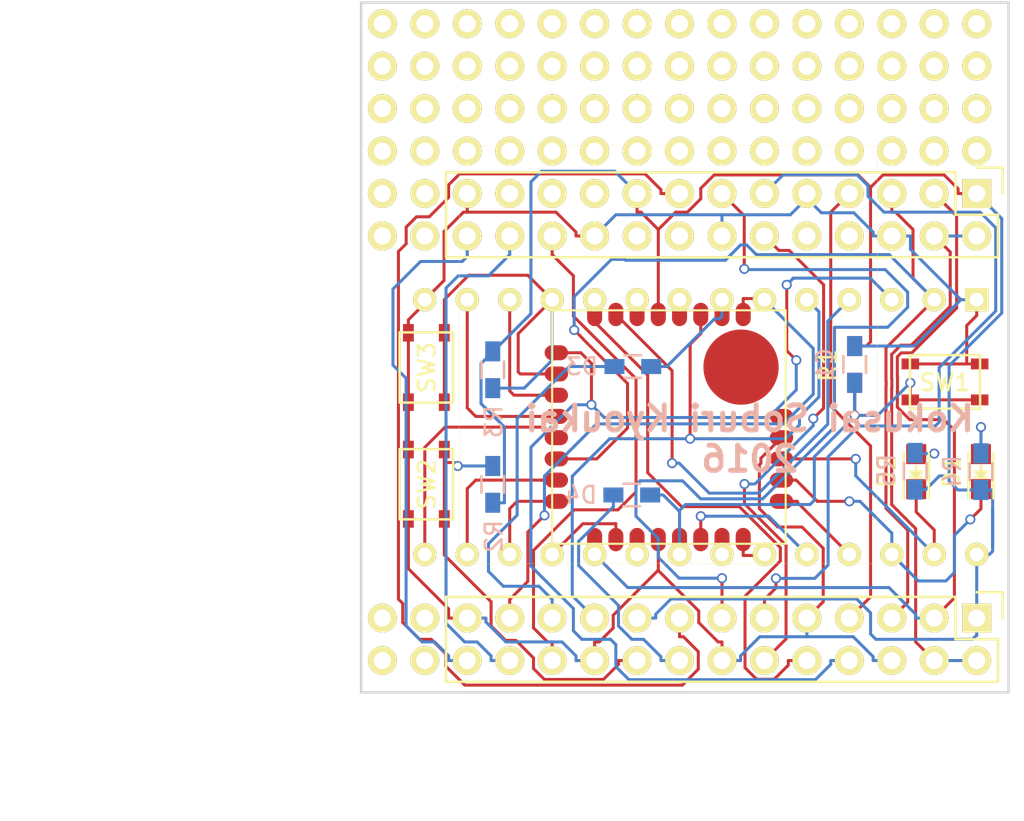
<source format=kicad_pcb>
(kicad_pcb (version 4) (host pcbnew 4.0.2-stable)

  (general
    (links 92)
    (no_connects 0)
    (area 106.300001 76.131 171.135 130.716001)
    (thickness 1.6)
    (drawings 7)
    (tracks 582)
    (zones 0)
    (modules 85)
    (nets 42)
  )

  (page A4)
  (layers
    (0 F.Cu signal)
    (31 B.Cu signal)
    (32 B.Adhes user hide)
    (33 F.Adhes user hide)
    (34 B.Paste user hide)
    (35 F.Paste user hide)
    (36 B.SilkS user)
    (37 F.SilkS user)
    (38 B.Mask user)
    (39 F.Mask user)
    (40 Dwgs.User user)
    (41 Cmts.User user)
    (42 Eco1.User user)
    (43 Eco2.User user)
    (44 Edge.Cuts user)
    (45 Margin user)
    (46 B.CrtYd user)
    (47 F.CrtYd user)
    (48 B.Fab user)
    (49 F.Fab user)
  )

  (setup
    (last_trace_width 0.18)
    (trace_clearance 0.16)
    (zone_clearance 0.508)
    (zone_45_only yes)
    (trace_min 0.16)
    (segment_width 0.2)
    (edge_width 0.15)
    (via_size 0.6)
    (via_drill 0.4)
    (via_min_size 0.4)
    (via_min_drill 0.3)
    (uvia_size 0.3)
    (uvia_drill 0.1)
    (uvias_allowed no)
    (uvia_min_size 0.2)
    (uvia_min_drill 0.1)
    (pcb_text_width 0.3)
    (pcb_text_size 1.5 1.5)
    (mod_edge_width 0.15)
    (mod_text_size 1 1)
    (mod_text_width 0.15)
    (pad_size 1.1 1.1)
    (pad_drill 0.8128)
    (pad_to_mask_clearance 0.2)
    (aux_axis_origin 128.27 79.756)
    (grid_origin 128.27 79.756)
    (visible_elements 7FFEFF3F)
    (pcbplotparams
      (layerselection 0x010f0_80000001)
      (usegerberextensions true)
      (excludeedgelayer true)
      (linewidth 0.100000)
      (plotframeref false)
      (viasonmask false)
      (mode 1)
      (useauxorigin false)
      (hpglpennumber 1)
      (hpglpenspeed 20)
      (hpglpendiameter 15)
      (hpglpenoverlay 2)
      (psnegative false)
      (psa4output false)
      (plotreference true)
      (plotvalue true)
      (plotinvisibletext false)
      (padsonsilk false)
      (subtractmaskfromsilk false)
      (outputformat 1)
      (mirror false)
      (drillshape 0)
      (scaleselection 1)
      (outputdirectory GARBER))
  )

  (net 0 "")
  (net 1 /DIO14)
  (net 2 /DIO7)
  (net 3 /DIO5)
  (net 4 /DIO18)
  (net 5 /DIO19)
  (net 6 /DIO4)
  (net 7 /DIO6)
  (net 8 /DIO8)
  (net 9 /DIO9)
  (net 10 /DIO10)
  (net 11 /DIO12)
  (net 12 /DIO13)
  (net 13 /DIO11)
  (net 14 /DIO16)
  (net 15 /DIO15)
  (net 16 /DIO17)
  (net 17 /RESET)
  (net 18 /ADC1)
  (net 19 /DIO0)
  (net 20 /ADC2)
  (net 21 /DIO1)
  (net 22 /DIO2)
  (net 23 /DIO3)
  (net 24 /VCC)
  (net 25 /RR7)
  (net 26 /RP11)
  (net 27 /RP13)
  (net 28 /RP15)
  (net 29 /RP22)
  (net 30 /RP24)
  (net 31 /RP26)
  (net 32 /RP12)
  (net 33 GND)
  (net 34 /MISO0)
  (net 35 /CLK0)
  (net 36 /5V)
  (net 37 "Net-(D1-Pad2)")
  (net 38 "Net-(D2-Pad2)")
  (net 39 "Net-(D3-Pad1)")
  (net 40 "Net-(D4-Pad1)")
  (net 41 /SW)

  (net_class Default "これは標準のネット クラスです。"
    (clearance 0.16)
    (trace_width 0.18)
    (via_dia 0.6)
    (via_drill 0.4)
    (uvia_dia 0.3)
    (uvia_drill 0.1)
    (add_net /5V)
    (add_net /ADC1)
    (add_net /ADC2)
    (add_net /CLK0)
    (add_net /DIO0)
    (add_net /DIO1)
    (add_net /DIO10)
    (add_net /DIO11)
    (add_net /DIO12)
    (add_net /DIO13)
    (add_net /DIO14)
    (add_net /DIO15)
    (add_net /DIO16)
    (add_net /DIO17)
    (add_net /DIO18)
    (add_net /DIO19)
    (add_net /DIO2)
    (add_net /DIO3)
    (add_net /DIO4)
    (add_net /DIO5)
    (add_net /DIO6)
    (add_net /DIO7)
    (add_net /DIO8)
    (add_net /DIO9)
    (add_net /MISO0)
    (add_net /RESET)
    (add_net /RP11)
    (add_net /RP12)
    (add_net /RP13)
    (add_net /RP15)
    (add_net /RP22)
    (add_net /RP24)
    (add_net /RP26)
    (add_net /RR7)
    (add_net /SW)
    (add_net /VCC)
    (add_net GND)
    (add_net "Net-(D1-Pad2)")
    (add_net "Net-(D2-Pad2)")
    (add_net "Net-(D3-Pad1)")
    (add_net "Net-(D4-Pad1)")
  )

  (module kicadlib:SolderWirePad_single_Universal (layer F.Cu) (tedit 564908EF) (tstamp 564909D4)
    (at 132.08 119.126)
    (fp_text reference 74 (at 0 -3.81) (layer F.SilkS) hide
      (effects (font (size 1 1) (thickness 0.15)))
    )
    (fp_text value "" (at -1.905 3.175) (layer F.Fab)
      (effects (font (size 1 1) (thickness 0.15)))
    )
    (pad 1 thru_hole circle (at 0 0) (size 1.7272 1.7272) (drill 1.016) (layers *.Cu *.Mask F.SilkS))
  )

  (module kicadlib:SolderWirePad_single_Universal (layer F.Cu) (tedit 564908EF) (tstamp 564909D0)
    (at 129.54 119.126)
    (fp_text reference 73 (at 0 -3.81) (layer F.SilkS) hide
      (effects (font (size 1 1) (thickness 0.15)))
    )
    (fp_text value "" (at -1.905 3.175) (layer F.Fab)
      (effects (font (size 1 1) (thickness 0.15)))
    )
    (pad 1 thru_hole circle (at 0 0) (size 1.7272 1.7272) (drill 1.016) (layers *.Cu *.Mask F.SilkS))
  )

  (module kicadlib:SolderWirePad_single_Universal (layer F.Cu) (tedit 564908EF) (tstamp 564909CC)
    (at 132.08 116.586)
    (fp_text reference 72 (at 0 -3.81) (layer F.SilkS) hide
      (effects (font (size 1 1) (thickness 0.15)))
    )
    (fp_text value "" (at -1.905 3.175) (layer F.Fab)
      (effects (font (size 1 1) (thickness 0.15)))
    )
    (pad 1 thru_hole circle (at 0 0) (size 1.7272 1.7272) (drill 1.016) (layers *.Cu *.Mask F.SilkS))
  )

  (module kicadlib:SolderWirePad_single_Universal (layer F.Cu) (tedit 564908EF) (tstamp 564909BB)
    (at 129.54 116.586)
    (fp_text reference 71 (at 0 -3.81) (layer F.SilkS) hide
      (effects (font (size 1 1) (thickness 0.15)))
    )
    (fp_text value "" (at -1.905 3.175) (layer F.Fab)
      (effects (font (size 1 1) (thickness 0.15)))
    )
    (pad 1 thru_hole circle (at 0 0) (size 1.7272 1.7272) (drill 1.016) (layers *.Cu *.Mask F.SilkS))
  )

  (module kicadlib:SolderWirePad_single_Universal (layer F.Cu) (tedit 564908D1) (tstamp 564909B5)
    (at 132.08 93.726)
    (fp_text reference 64 (at 0 -3.81) (layer F.SilkS) hide
      (effects (font (size 1 1) (thickness 0.15)))
    )
    (fp_text value "" (at -1.905 3.175) (layer F.Fab)
      (effects (font (size 1 1) (thickness 0.15)))
    )
    (pad 1 thru_hole circle (at 0 0) (size 1.7272 1.7272) (drill 1.016) (layers *.Cu *.Mask F.SilkS))
  )

  (module kicadlib:SolderWirePad_single_Universal (layer F.Cu) (tedit 564908D1) (tstamp 564909B1)
    (at 129.54 93.726)
    (fp_text reference 63 (at 0 -3.81) (layer F.SilkS) hide
      (effects (font (size 1 1) (thickness 0.15)))
    )
    (fp_text value "" (at -1.905 3.175) (layer F.Fab)
      (effects (font (size 1 1) (thickness 0.15)))
    )
    (pad 1 thru_hole circle (at 0 0) (size 1.7272 1.7272) (drill 1.016) (layers *.Cu *.Mask F.SilkS))
  )

  (module kicadlib:SolderWirePad_single_Universal (layer F.Cu) (tedit 564908D1) (tstamp 564909AD)
    (at 132.08 91.186)
    (fp_text reference 62 (at 0 -3.81) (layer F.SilkS) hide
      (effects (font (size 1 1) (thickness 0.15)))
    )
    (fp_text value "" (at -1.905 3.175) (layer F.Fab)
      (effects (font (size 1 1) (thickness 0.15)))
    )
    (pad 1 thru_hole circle (at 0 0) (size 1.7272 1.7272) (drill 1.016) (layers *.Cu *.Mask F.SilkS))
  )

  (module kicadlib:SolderWirePad_single_Universal (layer F.Cu) (tedit 564908D1) (tstamp 56490992)
    (at 129.54 91.186)
    (fp_text reference 61 (at 0 -3.81) (layer F.SilkS) hide
      (effects (font (size 1 1) (thickness 0.15)))
    )
    (fp_text value "" (at -1.905 3.175) (layer F.Fab)
      (effects (font (size 1 1) (thickness 0.15)))
    )
    (pad 1 thru_hole circle (at 0 0) (size 1.7272 1.7272) (drill 1.016) (layers *.Cu *.Mask F.SilkS))
  )

  (module kicadlib:SolderWirePad_single_Universal (layer F.Cu) (tedit 564819C3) (tstamp 5649098A)
    (at 165.1 88.646)
    (fp_text reference 60 (at 0 -3.81) (layer F.SilkS) hide
      (effects (font (size 1 1) (thickness 0.15)))
    )
    (fp_text value "" (at -1.905 3.175) (layer F.Fab)
      (effects (font (size 1 1) (thickness 0.15)))
    )
    (pad 1 thru_hole circle (at 0 0) (size 1.7272 1.7272) (drill 1.016) (layers *.Cu *.Mask F.SilkS))
  )

  (module kicadlib:SolderWirePad_single_Universal (layer F.Cu) (tedit 564819C3) (tstamp 56490986)
    (at 162.56 88.646)
    (fp_text reference 59 (at 0 -3.81) (layer F.SilkS) hide
      (effects (font (size 1 1) (thickness 0.15)))
    )
    (fp_text value "" (at -1.905 3.175) (layer F.Fab)
      (effects (font (size 1 1) (thickness 0.15)))
    )
    (pad 1 thru_hole circle (at 0 0) (size 1.7272 1.7272) (drill 1.016) (layers *.Cu *.Mask F.SilkS))
  )

  (module kicadlib:SolderWirePad_single_Universal (layer F.Cu) (tedit 564819C3) (tstamp 56490982)
    (at 160.02 88.646)
    (fp_text reference 58 (at 0 -3.81) (layer F.SilkS) hide
      (effects (font (size 1 1) (thickness 0.15)))
    )
    (fp_text value "" (at -1.905 3.175) (layer F.Fab)
      (effects (font (size 1 1) (thickness 0.15)))
    )
    (pad 1 thru_hole circle (at 0 0) (size 1.7272 1.7272) (drill 1.016) (layers *.Cu *.Mask F.SilkS))
  )

  (module kicadlib:SolderWirePad_single_Universal (layer F.Cu) (tedit 564819C3) (tstamp 5649097E)
    (at 157.48 88.646)
    (fp_text reference 57 (at 0 -3.81) (layer F.SilkS) hide
      (effects (font (size 1 1) (thickness 0.15)))
    )
    (fp_text value "" (at -1.905 3.175) (layer F.Fab)
      (effects (font (size 1 1) (thickness 0.15)))
    )
    (pad 1 thru_hole circle (at 0 0) (size 1.7272 1.7272) (drill 1.016) (layers *.Cu *.Mask F.SilkS))
  )

  (module kicadlib:SolderWirePad_single_Universal (layer F.Cu) (tedit 564819C3) (tstamp 5649097A)
    (at 154.94 88.646)
    (fp_text reference 56 (at 0 -3.81) (layer F.SilkS) hide
      (effects (font (size 1 1) (thickness 0.15)))
    )
    (fp_text value "" (at -1.905 3.175) (layer F.Fab)
      (effects (font (size 1 1) (thickness 0.15)))
    )
    (pad 1 thru_hole circle (at 0 0) (size 1.7272 1.7272) (drill 1.016) (layers *.Cu *.Mask F.SilkS))
  )

  (module kicadlib:SolderWirePad_single_Universal (layer F.Cu) (tedit 564819C3) (tstamp 56490976)
    (at 152.4 88.646)
    (fp_text reference 55 (at 0 -3.81) (layer F.SilkS) hide
      (effects (font (size 1 1) (thickness 0.15)))
    )
    (fp_text value "" (at -1.905 3.175) (layer F.Fab)
      (effects (font (size 1 1) (thickness 0.15)))
    )
    (pad 1 thru_hole circle (at 0 0) (size 1.7272 1.7272) (drill 1.016) (layers *.Cu *.Mask F.SilkS))
  )

  (module kicadlib:SolderWirePad_single_Universal (layer F.Cu) (tedit 564819C3) (tstamp 56490972)
    (at 149.86 88.646)
    (fp_text reference 54 (at 0 -3.81) (layer F.SilkS) hide
      (effects (font (size 1 1) (thickness 0.15)))
    )
    (fp_text value "" (at -1.905 3.175) (layer F.Fab)
      (effects (font (size 1 1) (thickness 0.15)))
    )
    (pad 1 thru_hole circle (at 0 0) (size 1.7272 1.7272) (drill 1.016) (layers *.Cu *.Mask F.SilkS))
  )

  (module kicadlib:SolderWirePad_single_Universal (layer F.Cu) (tedit 564819C3) (tstamp 5649096E)
    (at 147.32 88.646)
    (fp_text reference 53 (at 0 -3.81) (layer F.SilkS) hide
      (effects (font (size 1 1) (thickness 0.15)))
    )
    (fp_text value "" (at -1.905 3.175) (layer F.Fab)
      (effects (font (size 1 1) (thickness 0.15)))
    )
    (pad 1 thru_hole circle (at 0 0) (size 1.7272 1.7272) (drill 1.016) (layers *.Cu *.Mask F.SilkS))
  )

  (module kicadlib:SolderWirePad_single_Universal (layer F.Cu) (tedit 564819C3) (tstamp 5649096A)
    (at 144.78 88.646)
    (fp_text reference 52 (at 0 -3.81) (layer F.SilkS) hide
      (effects (font (size 1 1) (thickness 0.15)))
    )
    (fp_text value "" (at -1.905 3.175) (layer F.Fab)
      (effects (font (size 1 1) (thickness 0.15)))
    )
    (pad 1 thru_hole circle (at 0 0) (size 1.7272 1.7272) (drill 1.016) (layers *.Cu *.Mask F.SilkS))
  )

  (module kicadlib:SolderWirePad_single_Universal (layer F.Cu) (tedit 564819C3) (tstamp 56490966)
    (at 142.24 88.646)
    (fp_text reference 51 (at 0 -3.81) (layer F.SilkS) hide
      (effects (font (size 1 1) (thickness 0.15)))
    )
    (fp_text value "" (at -1.905 3.175) (layer F.Fab)
      (effects (font (size 1 1) (thickness 0.15)))
    )
    (pad 1 thru_hole circle (at 0 0) (size 1.7272 1.7272) (drill 1.016) (layers *.Cu *.Mask F.SilkS))
  )

  (module kicadlib:SolderWirePad_single_Universal (layer F.Cu) (tedit 564819C3) (tstamp 56490962)
    (at 139.7 88.646)
    (fp_text reference 50 (at 0 -3.81) (layer F.SilkS) hide
      (effects (font (size 1 1) (thickness 0.15)))
    )
    (fp_text value "" (at -1.905 3.175) (layer F.Fab)
      (effects (font (size 1 1) (thickness 0.15)))
    )
    (pad 1 thru_hole circle (at 0 0) (size 1.7272 1.7272) (drill 1.016) (layers *.Cu *.Mask F.SilkS))
  )

  (module kicadlib:SolderWirePad_single_Universal (layer F.Cu) (tedit 564819C3) (tstamp 5649095E)
    (at 137.16 88.646)
    (fp_text reference 49 (at 0 -3.81) (layer F.SilkS) hide
      (effects (font (size 1 1) (thickness 0.15)))
    )
    (fp_text value "" (at -1.905 3.175) (layer F.Fab)
      (effects (font (size 1 1) (thickness 0.15)))
    )
    (pad 1 thru_hole circle (at 0 0) (size 1.7272 1.7272) (drill 1.016) (layers *.Cu *.Mask F.SilkS))
  )

  (module kicadlib:SolderWirePad_single_Universal (layer F.Cu) (tedit 564819C3) (tstamp 5649095A)
    (at 134.62 88.646)
    (fp_text reference 48 (at 0 -3.81) (layer F.SilkS) hide
      (effects (font (size 1 1) (thickness 0.15)))
    )
    (fp_text value "" (at -1.905 3.175) (layer F.Fab)
      (effects (font (size 1 1) (thickness 0.15)))
    )
    (pad 1 thru_hole circle (at 0 0) (size 1.7272 1.7272) (drill 1.016) (layers *.Cu *.Mask F.SilkS))
  )

  (module kicadlib:SolderWirePad_single_Universal (layer F.Cu) (tedit 564819C3) (tstamp 56490956)
    (at 132.08 88.646)
    (fp_text reference 47 (at 0 -3.81) (layer F.SilkS) hide
      (effects (font (size 1 1) (thickness 0.15)))
    )
    (fp_text value "" (at -1.905 3.175) (layer F.Fab)
      (effects (font (size 1 1) (thickness 0.15)))
    )
    (pad 1 thru_hole circle (at 0 0) (size 1.7272 1.7272) (drill 1.016) (layers *.Cu *.Mask F.SilkS))
  )

  (module kicadlib:SolderWirePad_single_Universal (layer F.Cu) (tedit 564819C3) (tstamp 56490952)
    (at 129.54 88.646)
    (fp_text reference 46 (at 0 -3.81) (layer F.SilkS) hide
      (effects (font (size 1 1) (thickness 0.15)))
    )
    (fp_text value "" (at -1.905 3.175) (layer F.Fab)
      (effects (font (size 1 1) (thickness 0.15)))
    )
    (pad 1 thru_hole circle (at 0 0) (size 1.7272 1.7272) (drill 1.016) (layers *.Cu *.Mask F.SilkS))
  )

  (module kicadlib:SolderWirePad_single_Universal (layer F.Cu) (tedit 564819C3) (tstamp 5649094E)
    (at 165.1 86.106)
    (fp_text reference 45 (at 0 -3.81) (layer F.SilkS) hide
      (effects (font (size 1 1) (thickness 0.15)))
    )
    (fp_text value "" (at -1.905 3.175) (layer F.Fab)
      (effects (font (size 1 1) (thickness 0.15)))
    )
    (pad 1 thru_hole circle (at 0 0) (size 1.7272 1.7272) (drill 1.016) (layers *.Cu *.Mask F.SilkS))
  )

  (module kicadlib:SolderWirePad_single_Universal (layer F.Cu) (tedit 564819C3) (tstamp 5649094A)
    (at 162.56 86.106)
    (fp_text reference 44 (at 0 -3.81) (layer F.SilkS) hide
      (effects (font (size 1 1) (thickness 0.15)))
    )
    (fp_text value "" (at -1.905 3.175) (layer F.Fab)
      (effects (font (size 1 1) (thickness 0.15)))
    )
    (pad 1 thru_hole circle (at 0 0) (size 1.7272 1.7272) (drill 1.016) (layers *.Cu *.Mask F.SilkS))
  )

  (module kicadlib:SolderWirePad_single_Universal (layer F.Cu) (tedit 564819C3) (tstamp 56490946)
    (at 160.02 86.106)
    (fp_text reference 43 (at 0 -3.81) (layer F.SilkS) hide
      (effects (font (size 1 1) (thickness 0.15)))
    )
    (fp_text value "" (at -1.905 3.175) (layer F.Fab)
      (effects (font (size 1 1) (thickness 0.15)))
    )
    (pad 1 thru_hole circle (at 0 0) (size 1.7272 1.7272) (drill 1.016) (layers *.Cu *.Mask F.SilkS))
  )

  (module kicadlib:SolderWirePad_single_Universal (layer F.Cu) (tedit 564819C3) (tstamp 56490942)
    (at 157.48 86.106)
    (fp_text reference 42 (at 0 -3.81) (layer F.SilkS) hide
      (effects (font (size 1 1) (thickness 0.15)))
    )
    (fp_text value "" (at -1.905 3.175) (layer F.Fab)
      (effects (font (size 1 1) (thickness 0.15)))
    )
    (pad 1 thru_hole circle (at 0 0) (size 1.7272 1.7272) (drill 1.016) (layers *.Cu *.Mask F.SilkS))
  )

  (module kicadlib:SolderWirePad_single_Universal (layer F.Cu) (tedit 564819C3) (tstamp 5649093E)
    (at 154.94 86.106)
    (fp_text reference 41 (at 0 -3.81) (layer F.SilkS) hide
      (effects (font (size 1 1) (thickness 0.15)))
    )
    (fp_text value "" (at -1.905 3.175) (layer F.Fab)
      (effects (font (size 1 1) (thickness 0.15)))
    )
    (pad 1 thru_hole circle (at 0 0) (size 1.7272 1.7272) (drill 1.016) (layers *.Cu *.Mask F.SilkS))
  )

  (module kicadlib:SolderWirePad_single_Universal (layer F.Cu) (tedit 564819C3) (tstamp 5649093A)
    (at 152.4 86.106)
    (fp_text reference 40 (at 0 -3.81) (layer F.SilkS) hide
      (effects (font (size 1 1) (thickness 0.15)))
    )
    (fp_text value "" (at -1.905 3.175) (layer F.Fab)
      (effects (font (size 1 1) (thickness 0.15)))
    )
    (pad 1 thru_hole circle (at 0 0) (size 1.7272 1.7272) (drill 1.016) (layers *.Cu *.Mask F.SilkS))
  )

  (module kicadlib:SolderWirePad_single_Universal (layer F.Cu) (tedit 564819C3) (tstamp 56490936)
    (at 149.86 86.106)
    (fp_text reference 39 (at 0 -3.81) (layer F.SilkS) hide
      (effects (font (size 1 1) (thickness 0.15)))
    )
    (fp_text value "" (at -1.905 3.175) (layer F.Fab)
      (effects (font (size 1 1) (thickness 0.15)))
    )
    (pad 1 thru_hole circle (at 0 0) (size 1.7272 1.7272) (drill 1.016) (layers *.Cu *.Mask F.SilkS))
  )

  (module kicadlib:SolderWirePad_single_Universal (layer F.Cu) (tedit 564819C3) (tstamp 56490932)
    (at 147.32 86.106)
    (fp_text reference 38 (at 0 -3.81) (layer F.SilkS) hide
      (effects (font (size 1 1) (thickness 0.15)))
    )
    (fp_text value "" (at -1.905 3.175) (layer F.Fab)
      (effects (font (size 1 1) (thickness 0.15)))
    )
    (pad 1 thru_hole circle (at 0 0) (size 1.7272 1.7272) (drill 1.016) (layers *.Cu *.Mask F.SilkS))
  )

  (module kicadlib:SolderWirePad_single_Universal (layer F.Cu) (tedit 564819C3) (tstamp 5649092E)
    (at 144.78 86.106)
    (fp_text reference 37 (at 0 -3.81) (layer F.SilkS) hide
      (effects (font (size 1 1) (thickness 0.15)))
    )
    (fp_text value "" (at -1.905 3.175) (layer F.Fab)
      (effects (font (size 1 1) (thickness 0.15)))
    )
    (pad 1 thru_hole circle (at 0 0) (size 1.7272 1.7272) (drill 1.016) (layers *.Cu *.Mask F.SilkS))
  )

  (module kicadlib:SolderWirePad_single_Universal (layer F.Cu) (tedit 564819C3) (tstamp 5649092A)
    (at 142.24 86.106)
    (fp_text reference 36 (at 0 -3.81) (layer F.SilkS) hide
      (effects (font (size 1 1) (thickness 0.15)))
    )
    (fp_text value "" (at -1.905 3.175) (layer F.Fab)
      (effects (font (size 1 1) (thickness 0.15)))
    )
    (pad 1 thru_hole circle (at 0 0) (size 1.7272 1.7272) (drill 1.016) (layers *.Cu *.Mask F.SilkS))
  )

  (module kicadlib:SolderWirePad_single_Universal (layer F.Cu) (tedit 564819C3) (tstamp 56490926)
    (at 139.7 86.106)
    (fp_text reference 35 (at 0 -3.81) (layer F.SilkS) hide
      (effects (font (size 1 1) (thickness 0.15)))
    )
    (fp_text value "" (at -1.905 3.175) (layer F.Fab)
      (effects (font (size 1 1) (thickness 0.15)))
    )
    (pad 1 thru_hole circle (at 0 0) (size 1.7272 1.7272) (drill 1.016) (layers *.Cu *.Mask F.SilkS))
  )

  (module kicadlib:SolderWirePad_single_Universal (layer F.Cu) (tedit 564819C3) (tstamp 56490922)
    (at 137.16 86.106)
    (fp_text reference 34 (at 0 -3.81) (layer F.SilkS) hide
      (effects (font (size 1 1) (thickness 0.15)))
    )
    (fp_text value "" (at -1.905 3.175) (layer F.Fab)
      (effects (font (size 1 1) (thickness 0.15)))
    )
    (pad 1 thru_hole circle (at 0 0) (size 1.7272 1.7272) (drill 1.016) (layers *.Cu *.Mask F.SilkS))
  )

  (module kicadlib:SolderWirePad_single_Universal (layer F.Cu) (tedit 564819C3) (tstamp 5649091E)
    (at 134.62 86.106)
    (fp_text reference 33 (at 0 -3.81) (layer F.SilkS) hide
      (effects (font (size 1 1) (thickness 0.15)))
    )
    (fp_text value "" (at -1.905 3.175) (layer F.Fab)
      (effects (font (size 1 1) (thickness 0.15)))
    )
    (pad 1 thru_hole circle (at 0 0) (size 1.7272 1.7272) (drill 1.016) (layers *.Cu *.Mask F.SilkS))
  )

  (module kicadlib:SolderWirePad_single_Universal (layer F.Cu) (tedit 564819C3) (tstamp 5649091A)
    (at 132.08 86.106)
    (fp_text reference 32 (at 0 -3.81) (layer F.SilkS) hide
      (effects (font (size 1 1) (thickness 0.15)))
    )
    (fp_text value "" (at -1.905 3.175) (layer F.Fab)
      (effects (font (size 1 1) (thickness 0.15)))
    )
    (pad 1 thru_hole circle (at 0 0) (size 1.7272 1.7272) (drill 1.016) (layers *.Cu *.Mask F.SilkS))
  )

  (module kicadlib:SolderWirePad_single_Universal (layer F.Cu) (tedit 564819C3) (tstamp 56490916)
    (at 129.54 86.106)
    (fp_text reference 31 (at 0 -3.81) (layer F.SilkS) hide
      (effects (font (size 1 1) (thickness 0.15)))
    )
    (fp_text value "" (at -1.905 3.175) (layer F.Fab)
      (effects (font (size 1 1) (thickness 0.15)))
    )
    (pad 1 thru_hole circle (at 0 0) (size 1.7272 1.7272) (drill 1.016) (layers *.Cu *.Mask F.SilkS))
  )

  (module kicadlib:SolderWirePad_single_Universal (layer F.Cu) (tedit 564819C3) (tstamp 56490912)
    (at 165.1 83.566)
    (fp_text reference 30 (at 0 -3.81) (layer F.SilkS) hide
      (effects (font (size 1 1) (thickness 0.15)))
    )
    (fp_text value "" (at -1.905 3.175) (layer F.Fab)
      (effects (font (size 1 1) (thickness 0.15)))
    )
    (pad 1 thru_hole circle (at 0 0) (size 1.7272 1.7272) (drill 1.016) (layers *.Cu *.Mask F.SilkS))
  )

  (module kicadlib:SolderWirePad_single_Universal (layer F.Cu) (tedit 564819C3) (tstamp 5649090E)
    (at 162.56 83.566)
    (fp_text reference 29 (at 0 -3.81) (layer F.SilkS) hide
      (effects (font (size 1 1) (thickness 0.15)))
    )
    (fp_text value "" (at -1.905 3.175) (layer F.Fab)
      (effects (font (size 1 1) (thickness 0.15)))
    )
    (pad 1 thru_hole circle (at 0 0) (size 1.7272 1.7272) (drill 1.016) (layers *.Cu *.Mask F.SilkS))
  )

  (module kicadlib:SolderWirePad_single_Universal (layer F.Cu) (tedit 564819C3) (tstamp 5649090A)
    (at 160.02 83.566)
    (fp_text reference 28 (at 0 -3.81) (layer F.SilkS) hide
      (effects (font (size 1 1) (thickness 0.15)))
    )
    (fp_text value "" (at -1.905 3.175) (layer F.Fab)
      (effects (font (size 1 1) (thickness 0.15)))
    )
    (pad 1 thru_hole circle (at 0 0) (size 1.7272 1.7272) (drill 1.016) (layers *.Cu *.Mask F.SilkS))
  )

  (module kicadlib:SolderWirePad_single_Universal (layer F.Cu) (tedit 564819C3) (tstamp 56490906)
    (at 157.48 83.566)
    (fp_text reference 27 (at 0 -3.81) (layer F.SilkS) hide
      (effects (font (size 1 1) (thickness 0.15)))
    )
    (fp_text value "" (at -1.905 3.175) (layer F.Fab)
      (effects (font (size 1 1) (thickness 0.15)))
    )
    (pad 1 thru_hole circle (at 0 0) (size 1.7272 1.7272) (drill 1.016) (layers *.Cu *.Mask F.SilkS))
  )

  (module kicadlib:SolderWirePad_single_Universal (layer F.Cu) (tedit 564819C3) (tstamp 56490902)
    (at 154.94 83.566)
    (fp_text reference 26 (at 0 -3.81) (layer F.SilkS) hide
      (effects (font (size 1 1) (thickness 0.15)))
    )
    (fp_text value "" (at -1.905 3.175) (layer F.Fab)
      (effects (font (size 1 1) (thickness 0.15)))
    )
    (pad 1 thru_hole circle (at 0 0) (size 1.7272 1.7272) (drill 1.016) (layers *.Cu *.Mask F.SilkS))
  )

  (module kicadlib:SolderWirePad_single_Universal (layer F.Cu) (tedit 564819C3) (tstamp 564908FE)
    (at 152.4 83.566)
    (fp_text reference 25 (at 0 -3.81) (layer F.SilkS) hide
      (effects (font (size 1 1) (thickness 0.15)))
    )
    (fp_text value "" (at -1.905 3.175) (layer F.Fab)
      (effects (font (size 1 1) (thickness 0.15)))
    )
    (pad 1 thru_hole circle (at 0 0) (size 1.7272 1.7272) (drill 1.016) (layers *.Cu *.Mask F.SilkS))
  )

  (module kicadlib:SolderWirePad_single_Universal (layer F.Cu) (tedit 564819C3) (tstamp 564908FA)
    (at 149.86 83.566)
    (fp_text reference 24 (at 0 -3.81) (layer F.SilkS) hide
      (effects (font (size 1 1) (thickness 0.15)))
    )
    (fp_text value "" (at -1.905 3.175) (layer F.Fab)
      (effects (font (size 1 1) (thickness 0.15)))
    )
    (pad 1 thru_hole circle (at 0 0) (size 1.7272 1.7272) (drill 1.016) (layers *.Cu *.Mask F.SilkS))
  )

  (module kicadlib:SolderWirePad_single_Universal (layer F.Cu) (tedit 564819C3) (tstamp 564908F6)
    (at 147.32 83.566)
    (fp_text reference 23 (at 0 -3.81) (layer F.SilkS) hide
      (effects (font (size 1 1) (thickness 0.15)))
    )
    (fp_text value "" (at -1.905 3.175) (layer F.Fab)
      (effects (font (size 1 1) (thickness 0.15)))
    )
    (pad 1 thru_hole circle (at 0 0) (size 1.7272 1.7272) (drill 1.016) (layers *.Cu *.Mask F.SilkS))
  )

  (module kicadlib:SolderWirePad_single_Universal (layer F.Cu) (tedit 564819C3) (tstamp 564908F2)
    (at 144.78 83.566)
    (fp_text reference 22 (at 0 -3.81) (layer F.SilkS) hide
      (effects (font (size 1 1) (thickness 0.15)))
    )
    (fp_text value "" (at -1.905 3.175) (layer F.Fab)
      (effects (font (size 1 1) (thickness 0.15)))
    )
    (pad 1 thru_hole circle (at 0 0) (size 1.7272 1.7272) (drill 1.016) (layers *.Cu *.Mask F.SilkS))
  )

  (module kicadlib:SolderWirePad_single_Universal (layer F.Cu) (tedit 564819C3) (tstamp 564908EE)
    (at 142.24 83.566)
    (fp_text reference 21 (at 0 -3.81) (layer F.SilkS) hide
      (effects (font (size 1 1) (thickness 0.15)))
    )
    (fp_text value "" (at -1.905 3.175) (layer F.Fab)
      (effects (font (size 1 1) (thickness 0.15)))
    )
    (pad 1 thru_hole circle (at 0 0) (size 1.7272 1.7272) (drill 1.016) (layers *.Cu *.Mask F.SilkS))
  )

  (module kicadlib:SolderWirePad_single_Universal (layer F.Cu) (tedit 564819C3) (tstamp 564908EA)
    (at 139.7 83.566)
    (fp_text reference 20 (at 0 -3.81) (layer F.SilkS) hide
      (effects (font (size 1 1) (thickness 0.15)))
    )
    (fp_text value "" (at -1.905 3.175) (layer F.Fab)
      (effects (font (size 1 1) (thickness 0.15)))
    )
    (pad 1 thru_hole circle (at 0 0) (size 1.7272 1.7272) (drill 1.016) (layers *.Cu *.Mask F.SilkS))
  )

  (module kicadlib:SolderWirePad_single_Universal (layer F.Cu) (tedit 564819C3) (tstamp 564908E6)
    (at 137.16 83.566)
    (fp_text reference 19 (at 0 -3.81) (layer F.SilkS) hide
      (effects (font (size 1 1) (thickness 0.15)))
    )
    (fp_text value "" (at -1.905 3.175) (layer F.Fab)
      (effects (font (size 1 1) (thickness 0.15)))
    )
    (pad 1 thru_hole circle (at 0 0) (size 1.7272 1.7272) (drill 1.016) (layers *.Cu *.Mask F.SilkS))
  )

  (module kicadlib:SolderWirePad_single_Universal (layer F.Cu) (tedit 564819C3) (tstamp 564908E2)
    (at 134.62 83.566)
    (fp_text reference 18 (at 0 -3.81) (layer F.SilkS) hide
      (effects (font (size 1 1) (thickness 0.15)))
    )
    (fp_text value "" (at -1.905 3.175) (layer F.Fab)
      (effects (font (size 1 1) (thickness 0.15)))
    )
    (pad 1 thru_hole circle (at 0 0) (size 1.7272 1.7272) (drill 1.016) (layers *.Cu *.Mask F.SilkS))
  )

  (module kicadlib:SolderWirePad_single_Universal (layer F.Cu) (tedit 564819C3) (tstamp 564908DE)
    (at 132.08 83.566)
    (fp_text reference 17 (at 0 -3.81) (layer F.SilkS) hide
      (effects (font (size 1 1) (thickness 0.15)))
    )
    (fp_text value "" (at -1.905 3.175) (layer F.Fab)
      (effects (font (size 1 1) (thickness 0.15)))
    )
    (pad 1 thru_hole circle (at 0 0) (size 1.7272 1.7272) (drill 1.016) (layers *.Cu *.Mask F.SilkS))
  )

  (module kicadlib:SolderWirePad_single_Universal (layer F.Cu) (tedit 564819C3) (tstamp 564908DA)
    (at 129.54 83.566)
    (fp_text reference 16 (at 0 -3.81) (layer F.SilkS) hide
      (effects (font (size 1 1) (thickness 0.15)))
    )
    (fp_text value "" (at -1.905 3.175) (layer F.Fab)
      (effects (font (size 1 1) (thickness 0.15)))
    )
    (pad 1 thru_hole circle (at 0 0) (size 1.7272 1.7272) (drill 1.016) (layers *.Cu *.Mask F.SilkS))
  )

  (module kicadlib:SolderWirePad_single_Universal (layer F.Cu) (tedit 564819C3) (tstamp 564908D6)
    (at 165.1 81.026)
    (fp_text reference 15 (at 0 -3.81) (layer F.SilkS) hide
      (effects (font (size 1 1) (thickness 0.15)))
    )
    (fp_text value "" (at -1.905 3.175) (layer F.Fab)
      (effects (font (size 1 1) (thickness 0.15)))
    )
    (pad 1 thru_hole circle (at 0 0) (size 1.7272 1.7272) (drill 1.016) (layers *.Cu *.Mask F.SilkS))
  )

  (module kicadlib:SolderWirePad_single_Universal (layer F.Cu) (tedit 564819C3) (tstamp 564908D2)
    (at 162.56 81.026)
    (fp_text reference 14 (at 0 -3.81) (layer F.SilkS) hide
      (effects (font (size 1 1) (thickness 0.15)))
    )
    (fp_text value "" (at -1.905 3.175) (layer F.Fab)
      (effects (font (size 1 1) (thickness 0.15)))
    )
    (pad 1 thru_hole circle (at 0 0) (size 1.7272 1.7272) (drill 1.016) (layers *.Cu *.Mask F.SilkS))
  )

  (module kicadlib:SolderWirePad_single_Universal (layer F.Cu) (tedit 564819C3) (tstamp 564908CE)
    (at 160.02 81.026)
    (fp_text reference 13 (at 0 -3.81) (layer F.SilkS) hide
      (effects (font (size 1 1) (thickness 0.15)))
    )
    (fp_text value "" (at -1.905 3.175) (layer F.Fab)
      (effects (font (size 1 1) (thickness 0.15)))
    )
    (pad 1 thru_hole circle (at 0 0) (size 1.7272 1.7272) (drill 1.016) (layers *.Cu *.Mask F.SilkS))
  )

  (module kicadlib:SolderWirePad_single_Universal (layer F.Cu) (tedit 564819C3) (tstamp 564908CA)
    (at 157.48 81.026)
    (fp_text reference 12 (at 0 -3.81) (layer F.SilkS) hide
      (effects (font (size 1 1) (thickness 0.15)))
    )
    (fp_text value "" (at -1.905 3.175) (layer F.Fab)
      (effects (font (size 1 1) (thickness 0.15)))
    )
    (pad 1 thru_hole circle (at 0 0) (size 1.7272 1.7272) (drill 1.016) (layers *.Cu *.Mask F.SilkS))
  )

  (module kicadlib:SolderWirePad_single_Universal (layer F.Cu) (tedit 564819C3) (tstamp 564908C6)
    (at 154.94 81.026)
    (fp_text reference 11 (at 0 -3.81) (layer F.SilkS) hide
      (effects (font (size 1 1) (thickness 0.15)))
    )
    (fp_text value "" (at -1.905 3.175) (layer F.Fab)
      (effects (font (size 1 1) (thickness 0.15)))
    )
    (pad 1 thru_hole circle (at 0 0) (size 1.7272 1.7272) (drill 1.016) (layers *.Cu *.Mask F.SilkS))
  )

  (module kicadlib:SolderWirePad_single_Universal (layer F.Cu) (tedit 564819C3) (tstamp 564908C2)
    (at 152.4 81.026)
    (fp_text reference 10 (at 0 -3.81) (layer F.SilkS) hide
      (effects (font (size 1 1) (thickness 0.15)))
    )
    (fp_text value "" (at -1.905 3.175) (layer F.Fab)
      (effects (font (size 1 1) (thickness 0.15)))
    )
    (pad 1 thru_hole circle (at 0 0) (size 1.7272 1.7272) (drill 1.016) (layers *.Cu *.Mask F.SilkS))
  )

  (module kicadlib:SolderWirePad_single_Universal (layer F.Cu) (tedit 564819C3) (tstamp 564908BE)
    (at 149.86 81.026)
    (fp_text reference 9 (at 0 -3.81) (layer F.SilkS) hide
      (effects (font (size 1 1) (thickness 0.15)))
    )
    (fp_text value "" (at -1.905 3.175) (layer F.Fab)
      (effects (font (size 1 1) (thickness 0.15)))
    )
    (pad 1 thru_hole circle (at 0 0) (size 1.7272 1.7272) (drill 1.016) (layers *.Cu *.Mask F.SilkS))
  )

  (module kicadlib:SolderWirePad_single_Universal (layer F.Cu) (tedit 564819C3) (tstamp 564908BA)
    (at 147.32 81.026)
    (fp_text reference 8 (at 0 -3.81) (layer F.SilkS) hide
      (effects (font (size 1 1) (thickness 0.15)))
    )
    (fp_text value "" (at -1.905 3.175) (layer F.Fab)
      (effects (font (size 1 1) (thickness 0.15)))
    )
    (pad 1 thru_hole circle (at 0 0) (size 1.7272 1.7272) (drill 1.016) (layers *.Cu *.Mask F.SilkS))
  )

  (module kicadlib:SolderWirePad_single_Universal (layer F.Cu) (tedit 564819C3) (tstamp 564908B6)
    (at 144.78 81.026)
    (fp_text reference 7 (at 0 -3.81) (layer F.SilkS) hide
      (effects (font (size 1 1) (thickness 0.15)))
    )
    (fp_text value "" (at -1.905 3.175) (layer F.Fab)
      (effects (font (size 1 1) (thickness 0.15)))
    )
    (pad 1 thru_hole circle (at 0 0) (size 1.7272 1.7272) (drill 1.016) (layers *.Cu *.Mask F.SilkS))
  )

  (module kicadlib:SolderWirePad_single_Universal (layer F.Cu) (tedit 564819C3) (tstamp 564908B2)
    (at 142.24 81.026)
    (fp_text reference 6 (at 0 -3.81) (layer F.SilkS) hide
      (effects (font (size 1 1) (thickness 0.15)))
    )
    (fp_text value "" (at -1.905 3.175) (layer F.Fab)
      (effects (font (size 1 1) (thickness 0.15)))
    )
    (pad 1 thru_hole circle (at 0 0) (size 1.7272 1.7272) (drill 1.016) (layers *.Cu *.Mask F.SilkS))
  )

  (module kicadlib:SolderWirePad_single_Universal (layer F.Cu) (tedit 564819C3) (tstamp 564908AE)
    (at 139.7 81.026)
    (fp_text reference 5 (at 0 -3.81) (layer F.SilkS) hide
      (effects (font (size 1 1) (thickness 0.15)))
    )
    (fp_text value "" (at -1.905 3.175) (layer F.Fab)
      (effects (font (size 1 1) (thickness 0.15)))
    )
    (pad 1 thru_hole circle (at 0 0) (size 1.7272 1.7272) (drill 1.016) (layers *.Cu *.Mask F.SilkS))
  )

  (module kicadlib:SolderWirePad_single_Universal (layer F.Cu) (tedit 564819C3) (tstamp 564908AA)
    (at 137.16 81.026)
    (fp_text reference 4 (at 0 -3.81) (layer F.SilkS) hide
      (effects (font (size 1 1) (thickness 0.15)))
    )
    (fp_text value "" (at -1.905 3.175) (layer F.Fab)
      (effects (font (size 1 1) (thickness 0.15)))
    )
    (pad 1 thru_hole circle (at 0 0) (size 1.7272 1.7272) (drill 1.016) (layers *.Cu *.Mask F.SilkS))
  )

  (module kicadlib:SolderWirePad_single_Universal (layer F.Cu) (tedit 564819C3) (tstamp 564908A6)
    (at 134.62 81.026)
    (fp_text reference 3 (at 0 -3.81) (layer F.SilkS) hide
      (effects (font (size 1 1) (thickness 0.15)))
    )
    (fp_text value "" (at -1.905 3.175) (layer F.Fab)
      (effects (font (size 1 1) (thickness 0.15)))
    )
    (pad 1 thru_hole circle (at 0 0) (size 1.7272 1.7272) (drill 1.016) (layers *.Cu *.Mask F.SilkS))
  )

  (module kicadlib:SolderWirePad_single_Universal (layer F.Cu) (tedit 564819C3) (tstamp 564908A2)
    (at 132.08 81.026)
    (fp_text reference 2 (at 0 -3.81) (layer F.SilkS) hide
      (effects (font (size 1 1) (thickness 0.15)))
    )
    (fp_text value "" (at -1.905 3.175) (layer F.Fab)
      (effects (font (size 1 1) (thickness 0.15)))
    )
    (pad 1 thru_hole circle (at 0 0) (size 1.7272 1.7272) (drill 1.016) (layers *.Cu *.Mask F.SilkS))
  )

  (module Pin_Headers:Pin_Header_Straight_2x13 (layer F.Cu) (tedit 564857A4) (tstamp 5645FAD4)
    (at 165.1 91.186 270)
    (descr "Through hole pin header")
    (tags "pin header")
    (path /5645F0D7)
    (fp_text reference P2 (at 0 -5.1 270) (layer F.SilkS) hide
      (effects (font (size 1 1) (thickness 0.15)))
    )
    (fp_text value CONN_02X13 (at 0 -3.1 270) (layer F.Fab) hide
      (effects (font (size 1 1) (thickness 0.15)))
    )
    (fp_line (start -1.75 -1.75) (end -1.75 32.25) (layer F.CrtYd) (width 0.05))
    (fp_line (start 4.3 -1.75) (end 4.3 32.25) (layer F.CrtYd) (width 0.05))
    (fp_line (start -1.75 -1.75) (end 4.3 -1.75) (layer F.CrtYd) (width 0.05))
    (fp_line (start -1.75 32.25) (end 4.3 32.25) (layer F.CrtYd) (width 0.05))
    (fp_line (start 3.81 -1.27) (end 3.81 31.75) (layer F.SilkS) (width 0.15))
    (fp_line (start -1.27 1.27) (end -1.27 31.75) (layer F.SilkS) (width 0.15))
    (fp_line (start 3.81 31.75) (end -1.27 31.75) (layer F.SilkS) (width 0.15))
    (fp_line (start 3.81 -1.27) (end 1.27 -1.27) (layer F.SilkS) (width 0.15))
    (fp_line (start 0 -1.55) (end -1.55 -1.55) (layer F.SilkS) (width 0.15))
    (fp_line (start 1.27 -1.27) (end 1.27 1.27) (layer F.SilkS) (width 0.15))
    (fp_line (start 1.27 1.27) (end -1.27 1.27) (layer F.SilkS) (width 0.15))
    (fp_line (start -1.55 -1.55) (end -1.55 0) (layer F.SilkS) (width 0.15))
    (pad 1 thru_hole rect (at 0 0 270) (size 1.7272 1.7272) (drill 1.016) (layers *.Cu *.Mask F.SilkS)
      (net 24 /VCC))
    (pad 2 thru_hole oval (at 2.54 0 270) (size 1.7272 1.7272) (drill 1.016) (layers *.Cu *.Mask F.SilkS)
      (net 36 /5V))
    (pad 3 thru_hole oval (at 0 2.54 270) (size 1.7272 1.7272) (drill 1.016) (layers *.Cu *.Mask F.SilkS)
      (net 15 /DIO15))
    (pad 4 thru_hole oval (at 2.54 2.54 270) (size 1.7272 1.7272) (drill 1.016) (layers *.Cu *.Mask F.SilkS)
      (net 36 /5V))
    (pad 5 thru_hole oval (at 0 5.08 270) (size 1.7272 1.7272) (drill 1.016) (layers *.Cu *.Mask F.SilkS)
      (net 1 /DIO14))
    (pad 6 thru_hole oval (at 2.54 5.08 270) (size 1.7272 1.7272) (drill 1.016) (layers *.Cu *.Mask F.SilkS)
      (net 33 GND))
    (pad 7 thru_hole oval (at 0 7.62 270) (size 1.7272 1.7272) (drill 1.016) (layers *.Cu *.Mask F.SilkS)
      (net 25 /RR7))
    (pad 8 thru_hole oval (at 2.54 7.62 270) (size 1.7272 1.7272) (drill 1.016) (layers *.Cu *.Mask F.SilkS))
    (pad 9 thru_hole oval (at 0 10.16 270) (size 1.7272 1.7272) (drill 1.016) (layers *.Cu *.Mask F.SilkS)
      (net 33 GND))
    (pad 10 thru_hole oval (at 2.54 10.16 270) (size 1.7272 1.7272) (drill 1.016) (layers *.Cu *.Mask F.SilkS))
    (pad 11 thru_hole oval (at 0 12.7 270) (size 1.7272 1.7272) (drill 1.016) (layers *.Cu *.Mask F.SilkS)
      (net 26 /RP11))
    (pad 12 thru_hole oval (at 2.54 12.7 270) (size 1.7272 1.7272) (drill 1.016) (layers *.Cu *.Mask F.SilkS)
      (net 32 /RP12))
    (pad 13 thru_hole oval (at 0 15.24 270) (size 1.7272 1.7272) (drill 1.016) (layers *.Cu *.Mask F.SilkS)
      (net 27 /RP13))
    (pad 14 thru_hole oval (at 2.54 15.24 270) (size 1.7272 1.7272) (drill 1.016) (layers *.Cu *.Mask F.SilkS)
      (net 33 GND))
    (pad 15 thru_hole oval (at 0 17.78 270) (size 1.7272 1.7272) (drill 1.016) (layers *.Cu *.Mask F.SilkS)
      (net 28 /RP15))
    (pad 16 thru_hole oval (at 2.54 17.78 270) (size 1.7272 1.7272) (drill 1.016) (layers *.Cu *.Mask F.SilkS))
    (pad 17 thru_hole oval (at 0 20.32 270) (size 1.7272 1.7272) (drill 1.016) (layers *.Cu *.Mask F.SilkS)
      (net 24 /VCC))
    (pad 18 thru_hole oval (at 2.54 20.32 270) (size 1.7272 1.7272) (drill 1.016) (layers *.Cu *.Mask F.SilkS))
    (pad 19 thru_hole oval (at 0 22.86 270) (size 1.7272 1.7272) (drill 1.016) (layers *.Cu *.Mask F.SilkS))
    (pad 20 thru_hole oval (at 2.54 22.86 270) (size 1.7272 1.7272) (drill 1.016) (layers *.Cu *.Mask F.SilkS)
      (net 33 GND))
    (pad 21 thru_hole oval (at 0 25.4 270) (size 1.7272 1.7272) (drill 1.016) (layers *.Cu *.Mask F.SilkS))
    (pad 22 thru_hole oval (at 2.54 25.4 270) (size 1.7272 1.7272) (drill 1.016) (layers *.Cu *.Mask F.SilkS)
      (net 29 /RP22))
    (pad 23 thru_hole oval (at 0 27.94 270) (size 1.7272 1.7272) (drill 1.016) (layers *.Cu *.Mask F.SilkS))
    (pad 24 thru_hole oval (at 2.54 27.94 270) (size 1.7272 1.7272) (drill 1.016) (layers *.Cu *.Mask F.SilkS)
      (net 30 /RP24))
    (pad 25 thru_hole oval (at 0 30.48 270) (size 1.7272 1.7272) (drill 1.016) (layers *.Cu *.Mask F.SilkS)
      (net 33 GND))
    (pad 26 thru_hole oval (at 2.54 30.48 270) (size 1.7272 1.7272) (drill 1.016) (layers *.Cu *.Mask F.SilkS)
      (net 31 /RP26))
    (model Pin_Headers.3dshapes/Pin_Header_Straight_2x13.wrl
      (at (xyz 0.05 -0.6 0))
      (scale (xyz 1 1 1))
      (rotate (xyz 0 0 90))
    )
  )

  (module Resistors_SMD:R_0603_HandSoldering (layer B.Cu) (tedit 574088CE) (tstamp 5647EAA3)
    (at 136.144 108.585 90)
    (descr "Resistor SMD 0603, hand soldering")
    (tags "resistor 0603")
    (path /56483407)
    (attr smd)
    (fp_text reference R2 (at -3.1115 0.0635 90) (layer B.SilkS)
      (effects (font (size 1 1) (thickness 0.15)) (justify mirror))
    )
    (fp_text value 10K (at 0 -1.9 90) (layer B.Fab)
      (effects (font (size 1 1) (thickness 0.15)) (justify mirror))
    )
    (fp_line (start -2 0.8) (end 2 0.8) (layer B.CrtYd) (width 0.05))
    (fp_line (start -2 -0.8) (end 2 -0.8) (layer B.CrtYd) (width 0.05))
    (fp_line (start -2 0.8) (end -2 -0.8) (layer B.CrtYd) (width 0.05))
    (fp_line (start 2 0.8) (end 2 -0.8) (layer B.CrtYd) (width 0.05))
    (fp_line (start 0.5 -0.675) (end -0.5 -0.675) (layer B.SilkS) (width 0.15))
    (fp_line (start -0.5 0.675) (end 0.5 0.675) (layer B.SilkS) (width 0.15))
    (pad 1 smd rect (at -1.1 0 90) (size 1.2 0.9) (layers B.Cu B.Paste B.Mask)
      (net 24 /VCC))
    (pad 2 smd rect (at 1.1 0 90) (size 1.2 0.9) (layers B.Cu B.Paste B.Mask)
      (net 41 /SW))
    (model Resistors_SMD.3dshapes/R_0603_HandSoldering.wrl
      (at (xyz 0 0 0))
      (scale (xyz 1 1 1))
      (rotate (xyz 0 0 0))
    )
  )

  (module Resistors_SMD:R_0603_HandSoldering (layer F.Cu) (tedit 5740FFBD) (tstamp 5647EA9D)
    (at 157.798 101.41 270)
    (descr "Resistor SMD 0603, hand soldering")
    (tags "resistor 0603")
    (path /5647E1DC)
    (attr smd)
    (fp_text reference R1 (at 0.0635 1.5875 270) (layer F.SilkS)
      (effects (font (size 1 1) (thickness 0.15)))
    )
    (fp_text value 10K (at 0 1.9 270) (layer F.Fab)
      (effects (font (size 1 1) (thickness 0.15)))
    )
    (fp_line (start -2 -0.8) (end 2 -0.8) (layer F.CrtYd) (width 0.05))
    (fp_line (start -2 0.8) (end 2 0.8) (layer F.CrtYd) (width 0.05))
    (fp_line (start -2 -0.8) (end -2 0.8) (layer F.CrtYd) (width 0.05))
    (fp_line (start 2 -0.8) (end 2 0.8) (layer F.CrtYd) (width 0.05))
    (fp_line (start 0.5 0.675) (end -0.5 0.675) (layer F.SilkS) (width 0.15))
    (fp_line (start -0.5 -0.675) (end 0.5 -0.675) (layer F.SilkS) (width 0.15))
    (pad 1 smd rect (at -1.1 0 270) (size 1.2 0.9) (layers F.Cu F.Paste F.Mask)
      (net 24 /VCC))
    (pad 2 smd rect (at 1.1 0 270) (size 1.2 0.9) (layers F.Cu F.Paste F.Mask)
      (net 17 /RESET))
    (model Resistors_SMD.3dshapes/R_0603_HandSoldering.wrl
      (at (xyz 0 0 0))
      (scale (xyz 1 1 1))
      (rotate (xyz 0 0 0))
    )
  )

  (module Resistors_SMD:R_0603_HandSoldering (layer B.Cu) (tedit 574089AE) (tstamp 5647EA91)
    (at 157.798 101.41 90)
    (descr "Resistor SMD 0603, hand soldering")
    (tags "resistor 0603")
    (path /5647E28D)
    (attr smd)
    (fp_text reference C1 (at 0 -1.778 90) (layer B.SilkS)
      (effects (font (size 1 1) (thickness 0.15)) (justify mirror))
    )
    (fp_text value 0.1uF (at 0 -1.9 90) (layer B.Fab)
      (effects (font (size 1 1) (thickness 0.15)) (justify mirror))
    )
    (fp_line (start -2 0.8) (end 2 0.8) (layer B.CrtYd) (width 0.05))
    (fp_line (start -2 -0.8) (end 2 -0.8) (layer B.CrtYd) (width 0.05))
    (fp_line (start -2 0.8) (end -2 -0.8) (layer B.CrtYd) (width 0.05))
    (fp_line (start 2 0.8) (end 2 -0.8) (layer B.CrtYd) (width 0.05))
    (fp_line (start 0.5 -0.675) (end -0.5 -0.675) (layer B.SilkS) (width 0.15))
    (fp_line (start -0.5 0.675) (end 0.5 0.675) (layer B.SilkS) (width 0.15))
    (pad 1 smd rect (at -1.1 0 90) (size 1.2 0.9) (layers B.Cu B.Paste B.Mask)
      (net 17 /RESET))
    (pad 2 smd rect (at 1.1 0 90) (size 1.2 0.9) (layers B.Cu B.Paste B.Mask)
      (net 33 GND))
    (model Resistors_SMD.3dshapes/R_0603_HandSoldering.wrl
      (at (xyz 0 0 0))
      (scale (xyz 1 1 1))
      (rotate (xyz 0 0 0))
    )
  )

  (module Pin_Headers:Pin_Header_Straight_2x13 (layer F.Cu) (tedit 5648579A) (tstamp 56481EF1)
    (at 165.1 116.586 270)
    (descr "Through hole pin header")
    (tags "pin header")
    (path /5645D96B)
    (fp_text reference P1 (at 0 -5.1 270) (layer F.SilkS) hide
      (effects (font (size 1 1) (thickness 0.15)))
    )
    (fp_text value CONN_02X13 (at 0 -3.1 270) (layer F.Fab) hide
      (effects (font (size 1 1) (thickness 0.15)))
    )
    (fp_line (start -1.75 -1.75) (end -1.75 32.25) (layer F.CrtYd) (width 0.05))
    (fp_line (start 4.3 -1.75) (end 4.3 32.25) (layer F.CrtYd) (width 0.05))
    (fp_line (start -1.75 -1.75) (end 4.3 -1.75) (layer F.CrtYd) (width 0.05))
    (fp_line (start -1.75 32.25) (end 4.3 32.25) (layer F.CrtYd) (width 0.05))
    (fp_line (start 3.81 -1.27) (end 3.81 31.75) (layer F.SilkS) (width 0.15))
    (fp_line (start -1.27 1.27) (end -1.27 31.75) (layer F.SilkS) (width 0.15))
    (fp_line (start 3.81 31.75) (end -1.27 31.75) (layer F.SilkS) (width 0.15))
    (fp_line (start 3.81 -1.27) (end 1.27 -1.27) (layer F.SilkS) (width 0.15))
    (fp_line (start 0 -1.55) (end -1.55 -1.55) (layer F.SilkS) (width 0.15))
    (fp_line (start 1.27 -1.27) (end 1.27 1.27) (layer F.SilkS) (width 0.15))
    (fp_line (start 1.27 1.27) (end -1.27 1.27) (layer F.SilkS) (width 0.15))
    (fp_line (start -1.55 -1.55) (end -1.55 0) (layer F.SilkS) (width 0.15))
    (pad 1 thru_hole rect (at 0 0 270) (size 1.7272 1.7272) (drill 1.016) (layers *.Cu *.Mask F.SilkS)
      (net 24 /VCC))
    (pad 2 thru_hole oval (at 2.54 0 270) (size 1.7272 1.7272) (drill 1.016) (layers *.Cu *.Mask F.SilkS)
      (net 36 /5V))
    (pad 3 thru_hole oval (at 0 2.54 270) (size 1.7272 1.7272) (drill 1.016) (layers *.Cu *.Mask F.SilkS)
      (net 15 /DIO15))
    (pad 4 thru_hole oval (at 2.54 2.54 270) (size 1.7272 1.7272) (drill 1.016) (layers *.Cu *.Mask F.SilkS)
      (net 36 /5V))
    (pad 5 thru_hole oval (at 0 5.08 270) (size 1.7272 1.7272) (drill 1.016) (layers *.Cu *.Mask F.SilkS)
      (net 1 /DIO14))
    (pad 6 thru_hole oval (at 2.54 5.08 270) (size 1.7272 1.7272) (drill 1.016) (layers *.Cu *.Mask F.SilkS)
      (net 33 GND))
    (pad 7 thru_hole oval (at 0 7.62 270) (size 1.7272 1.7272) (drill 1.016) (layers *.Cu *.Mask F.SilkS)
      (net 25 /RR7))
    (pad 8 thru_hole oval (at 2.54 7.62 270) (size 1.7272 1.7272) (drill 1.016) (layers *.Cu *.Mask F.SilkS)
      (net 2 /DIO7))
    (pad 9 thru_hole oval (at 0 10.16 270) (size 1.7272 1.7272) (drill 1.016) (layers *.Cu *.Mask F.SilkS)
      (net 33 GND))
    (pad 10 thru_hole oval (at 2.54 10.16 270) (size 1.7272 1.7272) (drill 1.016) (layers *.Cu *.Mask F.SilkS)
      (net 7 /DIO6))
    (pad 11 thru_hole oval (at 0 12.7 270) (size 1.7272 1.7272) (drill 1.016) (layers *.Cu *.Mask F.SilkS)
      (net 26 /RP11))
    (pad 12 thru_hole oval (at 2.54 12.7 270) (size 1.7272 1.7272) (drill 1.016) (layers *.Cu *.Mask F.SilkS)
      (net 32 /RP12))
    (pad 13 thru_hole oval (at 0 15.24 270) (size 1.7272 1.7272) (drill 1.016) (layers *.Cu *.Mask F.SilkS)
      (net 27 /RP13))
    (pad 14 thru_hole oval (at 2.54 15.24 270) (size 1.7272 1.7272) (drill 1.016) (layers *.Cu *.Mask F.SilkS)
      (net 33 GND))
    (pad 15 thru_hole oval (at 0 17.78 270) (size 1.7272 1.7272) (drill 1.016) (layers *.Cu *.Mask F.SilkS)
      (net 28 /RP15))
    (pad 16 thru_hole oval (at 2.54 17.78 270) (size 1.7272 1.7272) (drill 1.016) (layers *.Cu *.Mask F.SilkS)
      (net 40 "Net-(D4-Pad1)"))
    (pad 17 thru_hole oval (at 0 20.32 270) (size 1.7272 1.7272) (drill 1.016) (layers *.Cu *.Mask F.SilkS)
      (net 24 /VCC))
    (pad 18 thru_hole oval (at 2.54 20.32 270) (size 1.7272 1.7272) (drill 1.016) (layers *.Cu *.Mask F.SilkS)
      (net 41 /SW))
    (pad 19 thru_hole oval (at 0 22.86 270) (size 1.7272 1.7272) (drill 1.016) (layers *.Cu *.Mask F.SilkS)
      (net 4 /DIO18))
    (pad 20 thru_hole oval (at 2.54 22.86 270) (size 1.7272 1.7272) (drill 1.016) (layers *.Cu *.Mask F.SilkS)
      (net 33 GND))
    (pad 21 thru_hole oval (at 0 25.4 270) (size 1.7272 1.7272) (drill 1.016) (layers *.Cu *.Mask F.SilkS)
      (net 39 "Net-(D3-Pad1)"))
    (pad 22 thru_hole oval (at 2.54 25.4 270) (size 1.7272 1.7272) (drill 1.016) (layers *.Cu *.Mask F.SilkS)
      (net 29 /RP22))
    (pad 23 thru_hole oval (at 0 27.94 270) (size 1.7272 1.7272) (drill 1.016) (layers *.Cu *.Mask F.SilkS)
      (net 35 /CLK0))
    (pad 24 thru_hole oval (at 2.54 27.94 270) (size 1.7272 1.7272) (drill 1.016) (layers *.Cu *.Mask F.SilkS)
      (net 30 /RP24))
    (pad 25 thru_hole oval (at 0 30.48 270) (size 1.7272 1.7272) (drill 1.016) (layers *.Cu *.Mask F.SilkS)
      (net 33 GND))
    (pad 26 thru_hole oval (at 2.54 30.48 270) (size 1.7272 1.7272) (drill 1.016) (layers *.Cu *.Mask F.SilkS)
      (net 31 /RP26))
    (model Pin_Headers.3dshapes/Pin_Header_Straight_2x13.wrl
      (at (xyz 0.05 -0.6 0))
      (scale (xyz 1 1 1))
      (rotate (xyz 0 0 90))
    )
  )

  (module LEDs:LED-0805 (layer F.Cu) (tedit 55BDE1C2) (tstamp 56490479)
    (at 165.354 107.823 90)
    (descr "LED 0805 smd package")
    (tags "LED 0805 SMD")
    (path /56490B3F)
    (attr smd)
    (fp_text reference D1 (at 0 -1.75 90) (layer F.SilkS)
      (effects (font (size 1 1) (thickness 0.15)))
    )
    (fp_text value LED (at 0 1.75 90) (layer F.Fab)
      (effects (font (size 1 1) (thickness 0.15)))
    )
    (fp_line (start -1.6 0.75) (end 1.1 0.75) (layer F.SilkS) (width 0.15))
    (fp_line (start -1.6 -0.75) (end 1.1 -0.75) (layer F.SilkS) (width 0.15))
    (fp_line (start -0.1 0.15) (end -0.1 -0.1) (layer F.SilkS) (width 0.15))
    (fp_line (start -0.1 -0.1) (end -0.25 0.05) (layer F.SilkS) (width 0.15))
    (fp_line (start -0.35 -0.35) (end -0.35 0.35) (layer F.SilkS) (width 0.15))
    (fp_line (start 0 0) (end 0.35 0) (layer F.SilkS) (width 0.15))
    (fp_line (start -0.35 0) (end 0 -0.35) (layer F.SilkS) (width 0.15))
    (fp_line (start 0 -0.35) (end 0 0.35) (layer F.SilkS) (width 0.15))
    (fp_line (start 0 0.35) (end -0.35 0) (layer F.SilkS) (width 0.15))
    (fp_line (start 1.9 -0.95) (end 1.9 0.95) (layer F.CrtYd) (width 0.05))
    (fp_line (start 1.9 0.95) (end -1.9 0.95) (layer F.CrtYd) (width 0.05))
    (fp_line (start -1.9 0.95) (end -1.9 -0.95) (layer F.CrtYd) (width 0.05))
    (fp_line (start -1.9 -0.95) (end 1.9 -0.95) (layer F.CrtYd) (width 0.05))
    (pad 2 smd rect (at 1.04902 0 270) (size 1.19888 1.19888) (layers F.Cu F.Paste F.Mask)
      (net 37 "Net-(D1-Pad2)"))
    (pad 1 smd rect (at -1.04902 0 270) (size 1.19888 1.19888) (layers F.Cu F.Paste F.Mask)
      (net 22 /DIO2))
    (model LEDs.3dshapes/LED-0805.wrl
      (at (xyz 0 0 0))
      (scale (xyz 1 1 1))
      (rotate (xyz 0 0 0))
    )
  )

  (module LEDs:LED-0805 (layer F.Cu) (tedit 55BDE1C2) (tstamp 5649047F)
    (at 161.4805 107.823 90)
    (descr "LED 0805 smd package")
    (tags "LED 0805 SMD")
    (path /56490BB4)
    (attr smd)
    (fp_text reference D2 (at 0 -1.75 90) (layer F.SilkS)
      (effects (font (size 1 1) (thickness 0.15)))
    )
    (fp_text value LED (at 0 1.75 90) (layer F.Fab)
      (effects (font (size 1 1) (thickness 0.15)))
    )
    (fp_line (start -1.6 0.75) (end 1.1 0.75) (layer F.SilkS) (width 0.15))
    (fp_line (start -1.6 -0.75) (end 1.1 -0.75) (layer F.SilkS) (width 0.15))
    (fp_line (start -0.1 0.15) (end -0.1 -0.1) (layer F.SilkS) (width 0.15))
    (fp_line (start -0.1 -0.1) (end -0.25 0.05) (layer F.SilkS) (width 0.15))
    (fp_line (start -0.35 -0.35) (end -0.35 0.35) (layer F.SilkS) (width 0.15))
    (fp_line (start 0 0) (end 0.35 0) (layer F.SilkS) (width 0.15))
    (fp_line (start -0.35 0) (end 0 -0.35) (layer F.SilkS) (width 0.15))
    (fp_line (start 0 -0.35) (end 0 0.35) (layer F.SilkS) (width 0.15))
    (fp_line (start 0 0.35) (end -0.35 0) (layer F.SilkS) (width 0.15))
    (fp_line (start 1.9 -0.95) (end 1.9 0.95) (layer F.CrtYd) (width 0.05))
    (fp_line (start 1.9 0.95) (end -1.9 0.95) (layer F.CrtYd) (width 0.05))
    (fp_line (start -1.9 0.95) (end -1.9 -0.95) (layer F.CrtYd) (width 0.05))
    (fp_line (start -1.9 -0.95) (end 1.9 -0.95) (layer F.CrtYd) (width 0.05))
    (pad 2 smd rect (at 1.04902 0 270) (size 1.19888 1.19888) (layers F.Cu F.Paste F.Mask)
      (net 38 "Net-(D2-Pad2)"))
    (pad 1 smd rect (at -1.04902 0 270) (size 1.19888 1.19888) (layers F.Cu F.Paste F.Mask)
      (net 23 /DIO3))
    (model LEDs.3dshapes/LED-0805.wrl
      (at (xyz 0 0 0))
      (scale (xyz 1 1 1))
      (rotate (xyz 0 0 0))
    )
  )

  (module Resistors_SMD:R_0603_HandSoldering (layer B.Cu) (tedit 574088AB) (tstamp 56490485)
    (at 136.144 101.727 90)
    (descr "Resistor SMD 0603, hand soldering")
    (tags "resistor 0603")
    (path /5740A7F2)
    (attr smd)
    (fp_text reference R3 (at -3.1115 0.0635 90) (layer B.SilkS)
      (effects (font (size 1 1) (thickness 0.15)) (justify mirror))
    )
    (fp_text value 10K (at 0 -1.9 90) (layer B.Fab)
      (effects (font (size 1 1) (thickness 0.15)) (justify mirror))
    )
    (fp_line (start -2 0.8) (end 2 0.8) (layer B.CrtYd) (width 0.05))
    (fp_line (start -2 -0.8) (end 2 -0.8) (layer B.CrtYd) (width 0.05))
    (fp_line (start -2 0.8) (end -2 -0.8) (layer B.CrtYd) (width 0.05))
    (fp_line (start 2 0.8) (end 2 -0.8) (layer B.CrtYd) (width 0.05))
    (fp_line (start 0.5 -0.675) (end -0.5 -0.675) (layer B.SilkS) (width 0.15))
    (fp_line (start -0.5 0.675) (end 0.5 0.675) (layer B.SilkS) (width 0.15))
    (pad 1 smd rect (at -1.1 0 90) (size 1.2 0.9) (layers B.Cu B.Paste B.Mask)
      (net 8 /DIO8))
    (pad 2 smd rect (at 1.1 0 90) (size 1.2 0.9) (layers B.Cu B.Paste B.Mask)
      (net 24 /VCC))
    (model Resistors_SMD.3dshapes/R_0603_HandSoldering.wrl
      (at (xyz 0 0 0))
      (scale (xyz 1 1 1))
      (rotate (xyz 0 0 0))
    )
  )

  (module Resistors_SMD:R_0603_HandSoldering (layer B.Cu) (tedit 5740FF6D) (tstamp 5649048B)
    (at 165.354 107.823 90)
    (descr "Resistor SMD 0603, hand soldering")
    (tags "resistor 0603")
    (path /56490BDF)
    (attr smd)
    (fp_text reference R4 (at 0 -1.7145 90) (layer B.SilkS)
      (effects (font (size 1 1) (thickness 0.15)) (justify mirror))
    )
    (fp_text value R (at 0 -1.9 90) (layer B.Fab)
      (effects (font (size 1 1) (thickness 0.15)) (justify mirror))
    )
    (fp_line (start -2 0.8) (end 2 0.8) (layer B.CrtYd) (width 0.05))
    (fp_line (start -2 -0.8) (end 2 -0.8) (layer B.CrtYd) (width 0.05))
    (fp_line (start -2 0.8) (end -2 -0.8) (layer B.CrtYd) (width 0.05))
    (fp_line (start 2 0.8) (end 2 -0.8) (layer B.CrtYd) (width 0.05))
    (fp_line (start 0.5 -0.675) (end -0.5 -0.675) (layer B.SilkS) (width 0.15))
    (fp_line (start -0.5 0.675) (end 0.5 0.675) (layer B.SilkS) (width 0.15))
    (pad 1 smd rect (at -1.1 0 90) (size 1.2 0.9) (layers B.Cu B.Paste B.Mask)
      (net 24 /VCC))
    (pad 2 smd rect (at 1.1 0 90) (size 1.2 0.9) (layers B.Cu B.Paste B.Mask)
      (net 37 "Net-(D1-Pad2)"))
    (model Resistors_SMD.3dshapes/R_0603_HandSoldering.wrl
      (at (xyz 0 0 0))
      (scale (xyz 1 1 1))
      (rotate (xyz 0 0 0))
    )
  )

  (module kicadlib:SolderWirePad_single_Universal (layer F.Cu) (tedit 564819C3) (tstamp 56490878)
    (at 129.54 81.026)
    (fp_text reference 1 (at 0 -3.81) (layer F.SilkS) hide
      (effects (font (size 1 1) (thickness 0.15)))
    )
    (fp_text value "" (at -1.905 3.175) (layer F.Fab)
      (effects (font (size 1 1) (thickness 0.15)))
    )
    (pad 1 thru_hole circle (at 0 0) (size 1.7272 1.7272) (drill 1.016) (layers *.Cu *.Mask F.SilkS))
  )

  (module Resistors_SMD:R_0603_HandSoldering (layer B.Cu) (tedit 574088B3) (tstamp 57408414)
    (at 144.526 101.536)
    (descr "Resistor SMD 0603, hand soldering")
    (tags "resistor 0603")
    (path /5740C5A9)
    (attr smd)
    (fp_text reference D3 (at -3.048 0) (layer B.SilkS)
      (effects (font (size 1 1) (thickness 0.15)) (justify mirror))
    )
    (fp_text value D_Schottky_Small (at 0 -1.9) (layer B.Fab)
      (effects (font (size 1 1) (thickness 0.15)) (justify mirror))
    )
    (fp_line (start -2 0.8) (end 2 0.8) (layer B.CrtYd) (width 0.05))
    (fp_line (start -2 -0.8) (end 2 -0.8) (layer B.CrtYd) (width 0.05))
    (fp_line (start -2 0.8) (end -2 -0.8) (layer B.CrtYd) (width 0.05))
    (fp_line (start 2 0.8) (end 2 -0.8) (layer B.CrtYd) (width 0.05))
    (fp_line (start 0.5 -0.675) (end -0.5 -0.675) (layer B.SilkS) (width 0.15))
    (fp_line (start -0.5 0.675) (end 0.5 0.675) (layer B.SilkS) (width 0.15))
    (pad 1 smd rect (at -1.1 0) (size 1.2 0.9) (layers B.Cu B.Paste B.Mask)
      (net 39 "Net-(D3-Pad1)"))
    (pad 2 smd rect (at 1.1 0) (size 1.2 0.9) (layers B.Cu B.Paste B.Mask)
      (net 34 /MISO0))
    (model Resistors_SMD.3dshapes/R_0603_HandSoldering.wrl
      (at (xyz 0 0 0))
      (scale (xyz 1 1 1))
      (rotate (xyz 0 0 0))
    )
  )

  (module Resistors_SMD:R_0603_HandSoldering (layer B.Cu) (tedit 574088BC) (tstamp 5740841A)
    (at 144.462 109.22)
    (descr "Resistor SMD 0603, hand soldering")
    (tags "resistor 0603")
    (path /5740AB17)
    (attr smd)
    (fp_text reference D4 (at -3.048 0) (layer B.SilkS)
      (effects (font (size 1 1) (thickness 0.15)) (justify mirror))
    )
    (fp_text value D_Schottky_Small (at 0 -1.9) (layer B.Fab)
      (effects (font (size 1 1) (thickness 0.15)) (justify mirror))
    )
    (fp_line (start -2 0.8) (end 2 0.8) (layer B.CrtYd) (width 0.05))
    (fp_line (start -2 -0.8) (end 2 -0.8) (layer B.CrtYd) (width 0.05))
    (fp_line (start -2 0.8) (end -2 -0.8) (layer B.CrtYd) (width 0.05))
    (fp_line (start 2 0.8) (end 2 -0.8) (layer B.CrtYd) (width 0.05))
    (fp_line (start 0.5 -0.675) (end -0.5 -0.675) (layer B.SilkS) (width 0.15))
    (fp_line (start -0.5 0.675) (end 0.5 0.675) (layer B.SilkS) (width 0.15))
    (pad 1 smd rect (at -1.1 0) (size 1.2 0.9) (layers B.Cu B.Paste B.Mask)
      (net 40 "Net-(D4-Pad1)"))
    (pad 2 smd rect (at 1.1 0) (size 1.2 0.9) (layers B.Cu B.Paste B.Mask)
      (net 17 /RESET))
    (model Resistors_SMD.3dshapes/R_0603_HandSoldering.wrl
      (at (xyz 0 0 0))
      (scale (xyz 1 1 1))
      (rotate (xyz 0 0 0))
    )
  )

  (module Resistors_SMD:R_0603_HandSoldering (layer B.Cu) (tedit 5740FF72) (tstamp 57408420)
    (at 161.417 107.8025 90)
    (descr "Resistor SMD 0603, hand soldering")
    (tags "resistor 0603")
    (path /56490C44)
    (attr smd)
    (fp_text reference R5 (at 0.0635 -1.7145 90) (layer B.SilkS)
      (effects (font (size 1 1) (thickness 0.15)) (justify mirror))
    )
    (fp_text value R (at 0 -1.9 90) (layer B.Fab)
      (effects (font (size 1 1) (thickness 0.15)) (justify mirror))
    )
    (fp_line (start -2 0.8) (end 2 0.8) (layer B.CrtYd) (width 0.05))
    (fp_line (start -2 -0.8) (end 2 -0.8) (layer B.CrtYd) (width 0.05))
    (fp_line (start -2 0.8) (end -2 -0.8) (layer B.CrtYd) (width 0.05))
    (fp_line (start 2 0.8) (end 2 -0.8) (layer B.CrtYd) (width 0.05))
    (fp_line (start 0.5 -0.675) (end -0.5 -0.675) (layer B.SilkS) (width 0.15))
    (fp_line (start -0.5 0.675) (end 0.5 0.675) (layer B.SilkS) (width 0.15))
    (pad 1 smd rect (at -1.1 0 90) (size 1.2 0.9) (layers B.Cu B.Paste B.Mask)
      (net 24 /VCC))
    (pad 2 smd rect (at 1.1 0 90) (size 1.2 0.9) (layers B.Cu B.Paste B.Mask)
      (net 38 "Net-(D2-Pad2)"))
    (model Resistors_SMD.3dshapes/R_0603_HandSoldering.wrl
      (at (xyz 0 0 0))
      (scale (xyz 1 1 1))
      (rotate (xyz 0 0 0))
    )
  )

  (module twelite_on_rpi:TWE_LITE (layer F.Cu) (tedit 56BED83B) (tstamp 5645FAF5)
    (at 139.7 98.171 270)
    (path /5645BCED)
    (fp_text reference U1 (at 0 0 270) (layer Cmts.User) hide
      (effects (font (size 0 0) (thickness 0.000001)))
    )
    (fp_text value TWE_LITE_SMD (at 0 0 270) (layer Eco1.User) hide
      (effects (font (size 0 0) (thickness 0.000001)))
    )
    (fp_line (start 15.15 5.55) (end -9.85 5.55) (layer F.SilkS) (width 0.015))
    (fp_line (start 15.15 -19.45) (end 15.15 5.55) (layer F.SilkS) (width 0.015))
    (fp_line (start -9.85 -19.45) (end 15.15 -19.45) (layer F.SilkS) (width 0.015))
    (fp_line (start -9.85 5.55) (end -9.85 -19.45) (layer F.SilkS) (width 0.015))
    (fp_line (start 0 0) (end 13.97 0) (layer F.SilkS) (width 0.127))
    (fp_line (start 13.97 0) (end 13.97 -13.97) (layer F.SilkS) (width 0.127))
    (fp_line (start 13.97 -13.97) (end 0 -13.97) (layer F.SilkS) (width 0.127))
    (fp_line (start 0 -13.97) (end 0 0) (layer F.SilkS) (width 0.127))
    (pad 1 smd oval (at 0.24892 -11.43 270) (size 1.4 0.89916) (layers F.Cu F.Paste F.Mask)
      (net 35 /CLK0))
    (pad 2 smd oval (at 0.24892 -10.16 270) (size 1.4 0.89916) (layers F.Cu F.Paste F.Mask)
      (net 34 /MISO0))
    (pad 3 smd oval (at 0.24892 -8.89 270) (size 1.4 0.89916) (layers F.Cu F.Paste F.Mask)
      (net 4 /DIO18))
    (pad 4 smd oval (at 0.24892 -7.62 270) (size 1.4 0.89916) (layers F.Cu F.Paste F.Mask)
      (net 5 /DIO19))
    (pad 5 smd oval (at 0.24892 -6.35 270) (size 1.4 0.9) (layers F.Cu F.Paste F.Mask)
      (net 24 /VCC))
    (pad 6 smd oval (at 0.24892 -5.08 270) (size 1.4 0.9) (layers F.Cu F.Paste F.Mask)
      (net 6 /DIO4))
    (pad 7 smd oval (at 0.24892 -3.81 270) (size 1.4 0.9) (layers F.Cu F.Paste F.Mask)
      (net 3 /DIO5))
    (pad 8 smd oval (at 0.24892 -2.54 270) (size 1.4 0.9) (layers F.Cu F.Paste F.Mask)
      (net 7 /DIO6))
    (pad 9 smd oval (at 2.54 -0.24892) (size 1.4 0.9) (layers F.Cu F.Paste F.Mask)
      (net 2 /DIO7))
    (pad 10 smd oval (at 3.81 -0.24892) (size 1.4 0.9) (layers F.Cu F.Paste F.Mask)
      (net 8 /DIO8))
    (pad 11 smd oval (at 5.08 -0.24892) (size 1.4 0.9) (layers F.Cu F.Paste F.Mask)
      (net 9 /DIO9))
    (pad 12 smd oval (at 6.35 -0.24892) (size 1.4 0.9) (layers F.Cu F.Paste F.Mask)
      (net 10 /DIO10))
    (pad 13 smd oval (at 7.62 -0.24892) (size 1.4 0.9) (layers F.Cu F.Paste F.Mask)
      (net 11 /DIO12))
    (pad 14 smd oval (at 8.89 -0.24892) (size 1.4 0.9) (layers F.Cu F.Paste F.Mask)
      (net 1 /DIO14))
    (pad 15 smd oval (at 10.16 -0.24892) (size 1.4 0.9) (layers F.Cu F.Paste F.Mask)
      (net 12 /DIO13))
    (pad 16 smd oval (at 11.43 -0.24892) (size 1.4 0.9) (layers F.Cu F.Paste F.Mask)
      (net 13 /DIO11))
    (pad 17 smd oval (at 13.71854 -2.54 90) (size 1.4 0.9) (layers F.Cu F.Paste F.Mask)
      (net 15 /DIO15))
    (pad 18 smd oval (at 13.71854 -3.81 90) (size 1.4 0.9) (layers F.Cu F.Paste F.Mask)
      (net 14 /DIO16))
    (pad 19 smd oval (at 13.71854 -5.08 90) (size 1.4 0.9) (layers F.Cu F.Paste F.Mask)
      (net 16 /DIO17))
    (pad 20 smd oval (at 13.71854 -6.35 90) (size 1.4 0.9) (layers F.Cu F.Paste F.Mask)
      (net 33 GND))
    (pad 21 smd oval (at 13.71854 -7.62 90) (size 1.4 0.9) (layers F.Cu F.Paste F.Mask)
      (net 17 /RESET))
    (pad 22 smd oval (at 13.71854 -8.89 90) (size 1.4 0.9) (layers F.Cu F.Paste F.Mask)
      (net 20 /ADC2))
    (pad 23 smd oval (at 13.71854 -10.16 90) (size 1.4 0.9) (layers F.Cu F.Paste F.Mask)
      (net 18 /ADC1))
    (pad 24 smd oval (at 13.71854 -11.43 90) (size 1.4 0.9) (layers F.Cu F.Paste F.Mask)
      (net 19 /DIO0))
    (pad 25 smd oval (at 11.43 -13.71854 180) (size 1.4 0.89916) (layers F.Cu F.Paste F.Mask)
      (net 21 /DIO1))
    (pad 26 smd oval (at 10.16 -13.71854 180) (size 1.4 0.9) (layers F.Cu F.Paste F.Mask)
      (net 22 /DIO2))
    (pad 27 smd oval (at 8.89 -13.71854 180) (size 1.4 0.9) (layers F.Cu F.Paste F.Mask)
      (net 23 /DIO3))
    (pad 28 smd oval (at 7.62 -13.71854 180) (size 1.4 0.9) (layers F.Cu F.Paste F.Mask)
      (net 33 GND))
    (pad 29 smd oval (at 6.35 -13.71854 180) (size 1.4 0.9) (layers F.Cu F.Paste F.Mask))
    (pad "" smd circle (at 3.4 -11.3 270) (size 4.5 4.5) (layers F.Cu F.Paste F.Mask))
  )

  (module twelite_on_rpi:SKRPACE010 (layer F.Cu) (tedit 5647FB99) (tstamp 57408428)
    (at 133.223 99.568 270)
    (path /5740A7EC)
    (fp_text reference SW3 (at 2.032 1.016 270) (layer F.SilkS)
      (effects (font (size 1 1) (thickness 0.15)))
    )
    (fp_text value SPST (at 2.1 3.675 270) (layer F.SilkS) hide
      (effects (font (size 1 1) (thickness 0.15)))
    )
    (fp_line (start -0.075 -0.55) (end -0.075 2.65) (layer F.SilkS) (width 0.15))
    (fp_line (start -0.075 2.65) (end 4.125 2.65) (layer F.SilkS) (width 0.15))
    (fp_line (start 4.125 2.65) (end 4.125 -0.55) (layer F.SilkS) (width 0.15))
    (fp_line (start 4.125 -0.55) (end -0.075 -0.55) (layer F.SilkS) (width 0.15))
    (pad 1 smd rect (at -0.05 -0.025 270) (size 1.05 0.65) (layers F.Cu F.Paste F.Mask)
      (net 8 /DIO8))
    (pad 3 smd rect (at 4.1 -0.025 270) (size 1.05 0.65) (layers F.Cu F.Paste F.Mask)
      (net 8 /DIO8))
    (pad 2 smd rect (at -0.05 2.125 270) (size 1.05 0.65) (layers F.Cu F.Paste F.Mask)
      (net 33 GND))
    (pad 4 smd rect (at 4.1 2.125 270) (size 1.05 0.65) (layers F.Cu F.Paste F.Mask)
      (net 33 GND))
  )

  (module twelite_on_rpi:SKRPACE010 (layer F.Cu) (tedit 5647FB99) (tstamp 5647EAB3)
    (at 133.223 106.553 270)
    (path /56483413)
    (fp_text reference SW2 (at 2.032 1.016 270) (layer F.SilkS)
      (effects (font (size 1 1) (thickness 0.15)))
    )
    (fp_text value SPST (at 2.1 3.675 270) (layer F.SilkS) hide
      (effects (font (size 1 1) (thickness 0.15)))
    )
    (fp_line (start -0.075 -0.55) (end -0.075 2.65) (layer F.SilkS) (width 0.15))
    (fp_line (start -0.075 2.65) (end 4.125 2.65) (layer F.SilkS) (width 0.15))
    (fp_line (start 4.125 2.65) (end 4.125 -0.55) (layer F.SilkS) (width 0.15))
    (fp_line (start 4.125 -0.55) (end -0.075 -0.55) (layer F.SilkS) (width 0.15))
    (pad 1 smd rect (at -0.05 -0.025 270) (size 1.05 0.65) (layers F.Cu F.Paste F.Mask)
      (net 41 /SW))
    (pad 3 smd rect (at 4.1 -0.025 270) (size 1.05 0.65) (layers F.Cu F.Paste F.Mask)
      (net 41 /SW))
    (pad 2 smd rect (at -0.05 2.125 270) (size 1.05 0.65) (layers F.Cu F.Paste F.Mask)
      (net 33 GND))
    (pad 4 smd rect (at 4.1 2.125 270) (size 1.05 0.65) (layers F.Cu F.Paste F.Mask)
      (net 33 GND))
  )

  (module twelite_on_rpi:SKRPACE010 (layer F.Cu) (tedit 5647FB99) (tstamp 5647EAAB)
    (at 165.227 103.505 180)
    (path /5647E2EE)
    (fp_text reference SW1 (at 2.032 1.016 180) (layer F.SilkS)
      (effects (font (size 1 1) (thickness 0.15)))
    )
    (fp_text value SPST (at 2.1 3.675 180) (layer F.SilkS) hide
      (effects (font (size 1 1) (thickness 0.15)))
    )
    (fp_line (start -0.075 -0.55) (end -0.075 2.65) (layer F.SilkS) (width 0.15))
    (fp_line (start -0.075 2.65) (end 4.125 2.65) (layer F.SilkS) (width 0.15))
    (fp_line (start 4.125 2.65) (end 4.125 -0.55) (layer F.SilkS) (width 0.15))
    (fp_line (start 4.125 -0.55) (end -0.075 -0.55) (layer F.SilkS) (width 0.15))
    (pad 1 smd rect (at -0.05 -0.025 180) (size 1.05 0.65) (layers F.Cu F.Paste F.Mask)
      (net 17 /RESET))
    (pad 3 smd rect (at 4.1 -0.025 180) (size 1.05 0.65) (layers F.Cu F.Paste F.Mask)
      (net 17 /RESET))
    (pad 2 smd rect (at -0.05 2.125 180) (size 1.05 0.65) (layers F.Cu F.Paste F.Mask)
      (net 33 GND))
    (pad 4 smd rect (at 4.1 2.125 180) (size 1.05 0.65) (layers F.Cu F.Paste F.Mask)
      (net 33 GND))
  )

  (module twelite_on_rpi:TWE-Lite_socket (layer F.Cu) (tedit 5531A2EA) (tstamp 5645FA98)
    (at 148.59 105.156 180)
    (descr "Module Dil 28 pins, pads ronds, e=600 mils")
    (tags DIL)
    (path /5645E724)
    (fp_text reference J1 (at -12.7 -3.81 180) (layer F.SilkS) hide
      (effects (font (size 1 1) (thickness 0.15)))
    )
    (fp_text value TWE-LITE_DIP (at 6.35 3.81 180) (layer F.Fab) hide
      (effects (font (size 1 1) (thickness 0.15)))
    )
    (pad 1 thru_hole rect (at -16.51 7.62 180) (size 1.397 1.397) (drill 0.8128) (layers *.Cu *.Mask F.SilkS)
      (net 33 GND))
    (pad 2 thru_hole circle (at -13.97 7.62 180) (size 1.397 1.397) (drill 0.8128) (layers *.Cu *.Mask F.SilkS)
      (net 1 /DIO14))
    (pad 3 thru_hole circle (at -11.43 7.62 180) (size 1.397 1.397) (drill 0.8128) (layers *.Cu *.Mask F.SilkS)
      (net 2 /DIO7))
    (pad 4 thru_hole circle (at -8.89 7.62 180) (size 1.397 1.397) (drill 0.8128) (layers *.Cu *.Mask F.SilkS)
      (net 3 /DIO5))
    (pad 5 thru_hole circle (at -6.35 7.62 180) (size 1.397 1.397) (drill 0.8128) (layers *.Cu *.Mask F.SilkS)
      (net 4 /DIO18))
    (pad 6 thru_hole circle (at -3.81 7.62 180) (size 1.397 1.397) (drill 0.8128) (layers *.Cu *.Mask F.SilkS)
      (net 35 /CLK0))
    (pad 7 thru_hole circle (at -1.27 7.62 180) (size 1.397 1.397) (drill 0.8128) (layers *.Cu *.Mask F.SilkS)
      (net 34 /MISO0))
    (pad 8 thru_hole circle (at 1.27 7.62 180) (size 1.397 1.397) (drill 0.8128) (layers *.Cu *.Mask F.SilkS)
      (net 5 /DIO19))
    (pad 9 thru_hole circle (at 3.81 7.62 180) (size 1.397 1.397) (drill 0.8128) (layers *.Cu *.Mask F.SilkS)
      (net 6 /DIO4))
    (pad 10 thru_hole circle (at 6.35 7.62 180) (size 1.397 1.397) (drill 0.8128) (layers *.Cu *.Mask F.SilkS)
      (net 7 /DIO6))
    (pad 11 thru_hole circle (at 8.89 7.62 180) (size 1.397 1.397) (drill 0.8128) (layers *.Cu *.Mask F.SilkS)
      (net 8 /DIO8))
    (pad 12 thru_hole circle (at 11.43 7.62 180) (size 1.397 1.397) (drill 0.8128) (layers *.Cu *.Mask F.SilkS)
      (net 9 /DIO9))
    (pad 13 thru_hole circle (at 13.97 7.62 180) (size 1.397 1.397) (drill 0.8128) (layers *.Cu *.Mask F.SilkS)
      (net 10 /DIO10))
    (pad 14 thru_hole circle (at 16.51 7.62 180) (size 1.397 1.397) (drill 0.8128) (layers *.Cu *.Mask F.SilkS)
      (net 33 GND))
    (pad 15 thru_hole circle (at 16.51 -7.62 180) (size 1.397 1.397) (drill 0.8128) (layers *.Cu *.Mask F.SilkS)
      (net 11 /DIO12))
    (pad 16 thru_hole circle (at 13.97 -7.62 180) (size 1.397 1.397) (drill 0.8128) (layers *.Cu *.Mask F.SilkS)
      (net 12 /DIO13))
    (pad 17 thru_hole circle (at 11.43 -7.62 180) (size 1.397 1.397) (drill 0.8128) (layers *.Cu *.Mask F.SilkS)
      (net 13 /DIO11))
    (pad 18 thru_hole circle (at 8.89 -7.62 180) (size 1.397 1.397) (drill 0.8128) (layers *.Cu *.Mask F.SilkS)
      (net 14 /DIO16))
    (pad 19 thru_hole circle (at 6.35 -7.62 180) (size 1.397 1.397) (drill 0.8128) (layers *.Cu *.Mask F.SilkS)
      (net 15 /DIO15))
    (pad 20 thru_hole circle (at 3.81 -7.62 180) (size 1.397 1.397) (drill 0.8128) (layers *.Cu *.Mask F.SilkS)
      (net 16 /DIO17))
    (pad 21 thru_hole circle (at 1.27 -7.62 180) (size 1.397 1.397) (drill 0.8128) (layers *.Cu *.Mask F.SilkS)
      (net 17 /RESET))
    (pad 22 thru_hole circle (at -1.27 -7.62 180) (size 1.397 1.397) (drill 0.8128) (layers *.Cu *.Mask F.SilkS)
      (net 18 /ADC1))
    (pad 23 thru_hole circle (at -3.81 -7.62 180) (size 1.397 1.397) (drill 0.8128) (layers *.Cu *.Mask F.SilkS)
      (net 19 /DIO0))
    (pad 24 thru_hole circle (at -6.35 -7.62 180) (size 1.397 1.397) (drill 0.8128) (layers *.Cu *.Mask F.SilkS)
      (net 20 /ADC2))
    (pad 25 thru_hole circle (at -8.89 -7.62 180) (size 1.397 1.397) (drill 0.8128) (layers *.Cu *.Mask F.SilkS)
      (net 21 /DIO1))
    (pad 26 thru_hole circle (at -11.43 -7.62 180) (size 1.397 1.397) (drill 0.8128) (layers *.Cu *.Mask F.SilkS)
      (net 22 /DIO2))
    (pad 27 thru_hole circle (at -13.97 -7.62 180) (size 1.397 1.397) (drill 0.8128) (layers *.Cu *.Mask F.SilkS)
      (net 23 /DIO3))
    (pad 28 thru_hole circle (at -16.51 -7.62 180) (size 1.397 1.397) (drill 0.8128) (layers *.Cu *.Mask F.SilkS)
      (net 24 /VCC))
    (model Sockets_DIP.3dshapes/DIP-28__600.wrl
      (at (xyz 0 0 0))
      (scale (xyz 1 1 1))
      (rotate (xyz 0 0 0))
    )
  )

  (dimension 38.735 (width 0.3) (layer Eco1.User)
    (gr_text "38.735 mm" (at 147.6375 129.366) (layer Eco1.User)
      (effects (font (size 1.5 1.5) (thickness 0.3)))
    )
    (feature1 (pts (xy 167.005 121.031) (xy 167.005 130.716)))
    (feature2 (pts (xy 128.27 121.031) (xy 128.27 130.716)))
    (crossbar (pts (xy 128.27 128.016) (xy 167.005 128.016)))
    (arrow1a (pts (xy 167.005 128.016) (xy 165.878496 128.602421)))
    (arrow1b (pts (xy 167.005 128.016) (xy 165.878496 127.429579)))
    (arrow2a (pts (xy 128.27 128.016) (xy 129.396504 128.602421)))
    (arrow2b (pts (xy 128.27 128.016) (xy 129.396504 127.429579)))
  )
  (dimension 41.275 (width 0.3) (layer Eco1.User)
    (gr_text "41.275 mm" (at 112.95 100.3935 270) (layer Eco1.User)
      (effects (font (size 1.5 1.5) (thickness 0.3)))
    )
    (feature1 (pts (xy 128.27 121.031) (xy 111.6 121.031)))
    (feature2 (pts (xy 128.27 79.756) (xy 111.6 79.756)))
    (crossbar (pts (xy 114.3 79.756) (xy 114.3 121.031)))
    (arrow1a (pts (xy 114.3 121.031) (xy 113.713579 119.904496)))
    (arrow1b (pts (xy 114.3 121.031) (xy 114.886421 119.904496)))
    (arrow2a (pts (xy 114.3 79.756) (xy 113.713579 80.882504)))
    (arrow2b (pts (xy 114.3 79.756) (xy 114.886421 80.882504)))
  )
  (gr_line (start 128.27 121.031) (end 128.27 79.756) (angle 90) (layer Edge.Cuts) (width 0.15))
  (gr_line (start 167.005 121.031) (end 128.27 121.031) (angle 90) (layer Edge.Cuts) (width 0.15))
  (gr_line (start 167.005 79.756) (end 167.005 121.031) (angle 90) (layer Edge.Cuts) (width 0.15))
  (gr_line (start 128.27 79.756) (end 167.005 79.756) (angle 90) (layer Edge.Cuts) (width 0.15))
  (gr_text "Kokusai Soburi Kyoukai\n2016" (at 151.511 105.8545) (layer B.SilkS)
    (effects (font (size 1.5 1.5) (thickness 0.3)) (justify mirror))
  )

  (segment (start 144.2085 105.2195) (end 142.367 107.061) (width 0.18) (layer F.Cu) (net 1))
  (segment (start 142.367 107.061) (end 139.94892 107.061) (width 0.18) (layer F.Cu) (net 1))
  (segment (start 144.2085 102.5525) (end 144.2085 105.2195) (width 0.18) (layer F.Cu) (net 1))
  (segment (start 141.5396 99.8836) (end 144.2085 102.5525) (width 0.18) (layer F.Cu) (net 1))
  (segment (start 141.5396 99.869) (end 141.5396 99.8836) (width 0.18) (layer F.Cu) (net 1))
  (segment (start 159.6711 104.794902) (end 159.6711 110.01785) (width 0.18) (layer F.Cu) (net 1))
  (segment (start 162.56 97.536) (end 159.671977 100.424023) (width 0.18) (layer F.Cu) (net 1))
  (segment (start 159.671977 102.406475) (end 159.681001 102.415499) (width 0.18) (layer F.Cu) (net 1))
  (segment (start 159.671977 104.794025) (end 159.6711 104.794902) (width 0.18) (layer F.Cu) (net 1))
  (segment (start 160.9699 111.31665) (end 160.9699 115.6361) (width 0.18) (layer F.Cu) (net 1))
  (segment (start 159.681001 102.714301) (end 159.671977 102.723325) (width 0.18) (layer F.Cu) (net 1))
  (segment (start 159.681001 102.415499) (end 159.681001 102.714301) (width 0.18) (layer F.Cu) (net 1))
  (segment (start 160.9699 115.6361) (end 160.883599 115.722401) (width 0.18) (layer F.Cu) (net 1))
  (segment (start 160.883599 115.722401) (end 160.02 116.586) (width 0.18) (layer F.Cu) (net 1))
  (segment (start 159.671977 100.424023) (end 159.671977 102.406475) (width 0.18) (layer F.Cu) (net 1))
  (segment (start 159.6711 110.01785) (end 160.9699 111.31665) (width 0.18) (layer F.Cu) (net 1))
  (segment (start 159.671977 102.723325) (end 159.671977 104.794025) (width 0.18) (layer F.Cu) (net 1))
  (segment (start 143.2483 95.123) (end 141.0182 97.3531) (width 0.18) (layer B.Cu) (net 1))
  (segment (start 144.048022 95.123) (end 143.2483 95.123) (width 0.18) (layer B.Cu) (net 1))
  (segment (start 150.054518 95.179612) (end 144.104634 95.179612) (width 0.18) (layer B.Cu) (net 1))
  (segment (start 151.335533 94.260529) (end 150.973601 94.260529) (width 0.18) (layer B.Cu) (net 1))
  (segment (start 159.863601 94.839601) (end 151.914605 94.839601) (width 0.18) (layer B.Cu) (net 1))
  (segment (start 141.0182 98.923336) (end 141.0182 99.3476) (width 0.18) (layer B.Cu) (net 1))
  (segment (start 151.914605 94.839601) (end 151.335533 94.260529) (width 0.18) (layer B.Cu) (net 1))
  (segment (start 144.104634 95.179612) (end 144.048022 95.123) (width 0.18) (layer B.Cu) (net 1))
  (segment (start 162.56 97.536) (end 159.863601 94.839601) (width 0.18) (layer B.Cu) (net 1))
  (segment (start 141.0182 97.3531) (end 141.0182 98.923336) (width 0.18) (layer B.Cu) (net 1))
  (segment (start 150.973601 94.260529) (end 150.054518 95.179612) (width 0.18) (layer B.Cu) (net 1))
  (segment (start 141.5396 99.869) (end 141.0182 99.3476) (width 0.18) (layer F.Cu) (net 1))
  (via (at 141.0182 99.3476) (size 0.6) (layers F.Cu B.Cu) (net 1))
  (segment (start 160.02 91.186) (end 160.02 92.2999) (width 0.18) (layer F.Cu) (net 1))
  (segment (start 161.29 96.266) (end 162.56 97.536) (width 0.18) (layer F.Cu) (net 1))
  (segment (start 161.29 93.3391) (end 161.29 96.266) (width 0.18) (layer F.Cu) (net 1))
  (segment (start 160.2508 92.2999) (end 161.29 93.3391) (width 0.18) (layer F.Cu) (net 1))
  (segment (start 160.02 92.2999) (end 160.2508 92.2999) (width 0.18) (layer F.Cu) (net 1))
  (segment (start 138.43 113.4745) (end 138.43 111.4425) (width 0.18) (layer B.Cu) (net 2))
  (segment (start 140.97 103.8225) (end 138.43 106.3625) (width 0.18) (layer B.Cu) (net 2))
  (segment (start 138.43 106.3625) (end 138.43 111.4425) (width 0.18) (layer B.Cu) (net 2))
  (segment (start 142.0495 103.8225) (end 140.97 103.8225) (width 0.18) (layer B.Cu) (net 2))
  (segment (start 139.94892 100.711) (end 141.4145 100.711) (width 0.18) (layer F.Cu) (net 2))
  (segment (start 154.1145 96.266) (end 154.1145 96.247488) (width 0.18) (layer B.Cu) (net 2) (tstamp 574118DC))
  (segment (start 153.7335 96.647) (end 154.1145 96.266) (width 0.18) (layer B.Cu) (net 2) (tstamp 574118DB))
  (via (at 153.7335 96.647) (size 0.6) (drill 0.4) (layers F.Cu B.Cu) (net 2))
  (segment (start 153.7335 100.584) (end 153.7335 96.647) (width 0.18) (layer F.Cu) (net 2) (tstamp 574118D2))
  (segment (start 154.305 101.1555) (end 153.7335 100.584) (width 0.18) (layer F.Cu) (net 2) (tstamp 574118D1))
  (via (at 154.305 101.1555) (size 0.6) (drill 0.4) (layers F.Cu B.Cu) (net 2))
  (segment (start 154.305 102.9335) (end 154.305 101.1555) (width 0.18) (layer B.Cu) (net 2) (tstamp 574118CC))
  (segment (start 152.654 104.5845) (end 154.305 102.9335) (width 0.18) (layer B.Cu) (net 2) (tstamp 574118C2))
  (segment (start 142.8115 104.5845) (end 152.654 104.5845) (width 0.18) (layer B.Cu) (net 2) (tstamp 574118BF))
  (segment (start 142.0495 103.8225) (end 142.8115 104.5845) (width 0.18) (layer B.Cu) (net 2) (tstamp 574118BE))
  (via (at 142.0495 103.8225) (size 0.6) (drill 0.4) (layers F.Cu B.Cu) (net 2))
  (segment (start 142.0495 101.346) (end 142.0495 103.8225) (width 0.18) (layer F.Cu) (net 2) (tstamp 574118B7))
  (segment (start 141.4145 100.711) (end 142.0495 101.346) (width 0.18) (layer F.Cu) (net 2) (tstamp 574118B5))
  (segment (start 154.1145 96.247488) (end 158.731488 96.247488) (width 0.18) (layer B.Cu) (net 2) (tstamp 574118E1))
  (segment (start 159.321501 96.837501) (end 160.02 97.536) (width 0.18) (layer B.Cu) (net 2))
  (segment (start 158.731488 96.247488) (end 159.321501 96.837501) (width 0.18) (layer B.Cu) (net 2))
  (segment (start 157.48 119.126) (end 156.3661 119.126) (width 0.18) (layer B.Cu) (net 2))
  (segment (start 143.51 118.1735) (end 143.1925 117.856) (width 0.18) (layer B.Cu) (net 2))
  (segment (start 156.3661 119.126) (end 156.3661 119.3568) (width 0.18) (layer B.Cu) (net 2))
  (segment (start 156.3661 119.3568) (end 155.452 120.2709) (width 0.18) (layer B.Cu) (net 2))
  (segment (start 144.2907 120.2709) (end 143.51 119.4902) (width 0.18) (layer B.Cu) (net 2))
  (segment (start 155.452 120.2709) (end 144.2907 120.2709) (width 0.18) (layer B.Cu) (net 2))
  (segment (start 143.51 119.4902) (end 143.51 118.1735) (width 0.18) (layer B.Cu) (net 2))
  (segment (start 143.1925 117.856) (end 141.478 117.856) (width 0.18) (layer B.Cu) (net 2))
  (segment (start 140.97 116.0145) (end 138.43 113.4745) (width 0.18) (layer B.Cu) (net 2))
  (segment (start 141.478 117.856) (end 140.97 117.348) (width 0.18) (layer B.Cu) (net 2))
  (segment (start 140.97 117.348) (end 140.97 116.0145) (width 0.18) (layer B.Cu) (net 2))
  (segment (start 149.096246 109.111478) (end 147.299764 107.314996) (width 0.18) (layer B.Cu) (net 3))
  (segment (start 156.188501 98.827499) (end 156.188501 104.986999) (width 0.18) (layer B.Cu) (net 3))
  (segment (start 147.299764 107.314996) (end 146.8755 107.314996) (width 0.18) (layer B.Cu) (net 3))
  (segment (start 152.064022 109.111478) (end 149.096246 109.111478) (width 0.18) (layer B.Cu) (net 3))
  (segment (start 156.188501 104.986999) (end 152.064022 109.111478) (width 0.18) (layer B.Cu) (net 3))
  (segment (start 157.48 97.536) (end 156.188501 98.827499) (width 0.18) (layer B.Cu) (net 3))
  (via (at 146.8755 107.314996) (size 0.6) (drill 0.4) (layers F.Cu B.Cu) (net 3))
  (segment (start 146.8755 101.7854) (end 146.8755 106.890732) (width 0.18) (layer F.Cu) (net 3))
  (segment (start 146.8755 106.890732) (end 146.8755 107.314996) (width 0.18) (layer F.Cu) (net 3))
  (segment (start 143.51 98.4199) (end 146.8755 101.7854) (width 0.18) (layer F.Cu) (net 3))
  (segment (start 147.955 100.203) (end 148.59 99.568) (width 0.18) (layer F.Cu) (net 4))
  (segment (start 148.59 99.568) (end 148.59 98.41992) (width 0.18) (layer F.Cu) (net 4))
  (segment (start 147.955 105.8545) (end 147.955 100.203) (width 0.18) (layer F.Cu) (net 4))
  (segment (start 147.955 105.8545) (end 143.1445 105.8545) (width 0.18) (layer B.Cu) (net 4))
  (segment (start 153.67 105.8545) (end 147.955 105.8545) (width 0.18) (layer B.Cu) (net 4))
  (via (at 147.955 105.8545) (size 0.6) (drill 0.4) (layers F.Cu B.Cu) (net 4))
  (segment (start 154.4955 105.029) (end 153.67 105.8545) (width 0.18) (layer B.Cu) (net 4))
  (segment (start 141.376401 115.722401) (end 142.24 116.586) (width 0.18) (layer B.Cu) (net 4))
  (segment (start 140.903 115.249) (end 141.376401 115.722401) (width 0.18) (layer B.Cu) (net 4))
  (segment (start 140.903 108.096) (end 140.903 115.249) (width 0.18) (layer B.Cu) (net 4))
  (segment (start 155.66101 103.35549) (end 154.4955 104.521) (width 0.18) (layer B.Cu) (net 4))
  (segment (start 154.94 97.536) (end 155.66101 98.25701) (width 0.18) (layer B.Cu) (net 4))
  (segment (start 155.66101 98.25701) (end 155.66101 103.35549) (width 0.18) (layer B.Cu) (net 4))
  (segment (start 143.1445 105.8545) (end 140.903 108.096) (width 0.18) (layer B.Cu) (net 4))
  (segment (start 154.4955 104.521) (end 154.4955 105.029) (width 0.18) (layer B.Cu) (net 4))
  (segment (start 154.6283 97.536) (end 154.94 97.536) (width 0.18) (layer F.Cu) (net 4))
  (segment (start 147.32 98.4199) (end 147.32 97.536) (width 0.18) (layer F.Cu) (net 5))
  (segment (start 144.78 98.4199) (end 144.78 97.536) (width 0.18) (layer F.Cu) (net 6))
  (segment (start 142.24 97.536) (end 142.24 98.8695) (width 0.18) (layer F.Cu) (net 7))
  (segment (start 147.447 109.9185) (end 150.8992 109.9185) (width 0.18) (layer F.Cu) (net 7))
  (segment (start 142.24 98.8695) (end 145.415 102.0445) (width 0.18) (layer F.Cu) (net 7))
  (segment (start 152.9853 120.2453) (end 153.8261 119.4045) (width 0.18) (layer F.Cu) (net 7))
  (segment (start 145.415 102.0445) (end 145.415 107.8865) (width 0.18) (layer F.Cu) (net 7))
  (segment (start 145.415 107.8865) (end 147.447 109.9185) (width 0.18) (layer F.Cu) (net 7))
  (segment (start 150.8992 109.9185) (end 153.3527 112.372) (width 0.18) (layer F.Cu) (net 7))
  (segment (start 153.3527 112.372) (end 153.3527 113.1667) (width 0.18) (layer F.Cu) (net 7))
  (segment (start 153.3527 113.1667) (end 151.2382 115.2812) (width 0.18) (layer F.Cu) (net 7))
  (segment (start 151.2382 115.2812) (end 151.2382 119.5545) (width 0.18) (layer F.Cu) (net 7))
  (segment (start 151.2382 119.5545) (end 151.929 120.2453) (width 0.18) (layer F.Cu) (net 7))
  (segment (start 153.8261 119.4045) (end 153.8261 119.126) (width 0.18) (layer F.Cu) (net 7))
  (segment (start 151.929 120.2453) (end 152.9853 120.2453) (width 0.18) (layer F.Cu) (net 7))
  (segment (start 153.8261 119.126) (end 154.94 119.126) (width 0.18) (layer F.Cu) (net 7))
  (segment (start 139.7 97.536) (end 139.7 101.1555) (width 0.18) (layer B.Cu) (net 8))
  (segment (start 139.7 101.1555) (end 138.0285 102.827) (width 0.18) (layer B.Cu) (net 8))
  (segment (start 138.0285 102.827) (end 136.144 102.827) (width 0.18) (layer B.Cu) (net 8))
  (segment (start 139.7 97.536) (end 137.668 99.568) (width 0.18) (layer F.Cu) (net 8))
  (segment (start 137.668 99.568) (end 137.668 101.854) (width 0.18) (layer F.Cu) (net 8))
  (segment (start 137.668 101.854) (end 137.795 101.981) (width 0.18) (layer F.Cu) (net 8))
  (segment (start 137.795 101.981) (end 139.94892 101.981) (width 0.18) (layer F.Cu) (net 8))
  (segment (start 138.2395 96.0755) (end 134.7052 96.0755) (width 0.18) (layer F.Cu) (net 8))
  (segment (start 134.7052 96.0755) (end 134.2001 96.5806) (width 0.18) (layer F.Cu) (net 8))
  (segment (start 139.7 97.536) (end 138.2395 96.0755) (width 0.18) (layer F.Cu) (net 8))
  (segment (start 133.248 97.5327) (end 133.248 99.518) (width 0.18) (layer F.Cu) (net 8))
  (segment (start 134.2001 96.5806) (end 133.248 97.5327) (width 0.18) (layer F.Cu) (net 8))
  (segment (start 133.248 99.518) (end 133.248 103.668) (width 0.18) (layer F.Cu) (net 8))
  (segment (start 137.16 97.536) (end 137.16 102.997) (width 0.18) (layer F.Cu) (net 9))
  (segment (start 137.16 102.997) (end 137.414 103.251) (width 0.18) (layer F.Cu) (net 9))
  (segment (start 137.414 103.251) (end 139.9489 103.251) (width 0.18) (layer F.Cu) (net 9))
  (segment (start 139.9489 104.521) (end 135.128 104.521) (width 0.18) (layer F.Cu) (net 10))
  (segment (start 135.128 104.521) (end 134.62 104.013) (width 0.18) (layer F.Cu) (net 10))
  (segment (start 134.62 104.013) (end 134.62 97.536) (width 0.18) (layer F.Cu) (net 10))
  (segment (start 132.08 112.776) (end 132.08 106.370998) (width 0.18) (layer F.Cu) (net 11))
  (segment (start 132.08 106.370998) (end 133.289998 105.161) (width 0.18) (layer F.Cu) (net 11))
  (segment (start 133.289998 105.161) (end 139.06892 105.161) (width 0.18) (layer F.Cu) (net 11))
  (segment (start 139.06892 105.161) (end 139.69892 105.791) (width 0.18) (layer F.Cu) (net 11))
  (segment (start 139.69892 105.791) (end 139.94892 105.791) (width 0.18) (layer F.Cu) (net 11))
  (segment (start 134.62 108.839) (end 135.128 108.331) (width 0.18) (layer F.Cu) (net 12))
  (segment (start 135.128 108.331) (end 139.94892 108.331) (width 0.18) (layer F.Cu) (net 12))
  (segment (start 134.62 112.776) (end 134.62 108.839) (width 0.18) (layer F.Cu) (net 12))
  (segment (start 139.9489 108.331) (end 138.9986 108.331) (width 0.18) (layer F.Cu) (net 12))
  (segment (start 139.9489 109.601) (end 137.6016 109.601) (width 0.18) (layer F.Cu) (net 13))
  (segment (start 137.16 110.0426) (end 137.16 112.776) (width 0.18) (layer F.Cu) (net 13))
  (segment (start 137.6016 109.601) (end 137.16 110.0426) (width 0.18) (layer F.Cu) (net 13))
  (segment (start 141.5368 110.9392) (end 139.7 112.776) (width 0.18) (layer F.Cu) (net 14))
  (segment (start 143.51 110.9392) (end 141.5368 110.9392) (width 0.18) (layer F.Cu) (net 14))
  (segment (start 143.51 111.8895) (end 143.51 110.9392) (width 0.18) (layer F.Cu) (net 14))
  (segment (start 162.56 91.186) (end 163.897 92.523) (width 0.18) (layer F.Cu) (net 15))
  (segment (start 160.351999 102.124801) (end 160.361023 102.133825) (width 0.18) (layer F.Cu) (net 15))
  (segment (start 163.897 92.523) (end 163.897 98.0384) (width 0.18) (layer F.Cu) (net 15))
  (segment (start 160.351999 100.951001) (end 160.351999 102.124801) (width 0.18) (layer F.Cu) (net 15))
  (segment (start 163.897 98.0384) (end 161.218 100.7174) (width 0.18) (layer F.Cu) (net 15))
  (segment (start 161.218 100.7174) (end 160.5856 100.7174) (width 0.18) (layer F.Cu) (net 15))
  (segment (start 160.5856 100.7174) (end 160.351999 100.951001) (width 0.18) (layer F.Cu) (net 15))
  (segment (start 163.1315 104.7115) (end 163.7665 105.3465) (width 0.18) (layer F.Cu) (net 15))
  (segment (start 160.361023 102.133825) (end 160.361023 102.995975) (width 0.18) (layer F.Cu) (net 15))
  (segment (start 160.361023 102.995975) (end 160.351999 103.004999) (width 0.18) (layer F.Cu) (net 15))
  (segment (start 163.7665 105.3465) (end 163.7665 115.3795) (width 0.18) (layer F.Cu) (net 15))
  (segment (start 163.423599 115.722401) (end 162.56 116.586) (width 0.18) (layer F.Cu) (net 15))
  (segment (start 160.351999 103.004999) (end 160.351999 103.966301) (width 0.18) (layer F.Cu) (net 15))
  (segment (start 160.351999 103.966301) (end 161.097198 104.7115) (width 0.18) (layer F.Cu) (net 15))
  (segment (start 161.097198 104.7115) (end 163.1315 104.7115) (width 0.18) (layer F.Cu) (net 15))
  (segment (start 163.7665 115.3795) (end 163.423599 115.722401) (width 0.18) (layer F.Cu) (net 15))
  (segment (start 142.24 111.8895) (end 142.24 112.776) (width 0.18) (layer F.Cu) (net 15))
  (segment (start 162.56 116.586) (end 161.4461 116.586) (width 0.18) (layer B.Cu) (net 15))
  (segment (start 144.2236 114.7596) (end 142.24 112.776) (width 0.18) (layer B.Cu) (net 15))
  (segment (start 159.8505 114.7596) (end 144.2236 114.7596) (width 0.18) (layer B.Cu) (net 15))
  (segment (start 161.4461 116.3552) (end 159.8505 114.7596) (width 0.18) (layer B.Cu) (net 15))
  (segment (start 161.4461 116.586) (end 161.4461 116.3552) (width 0.18) (layer B.Cu) (net 15))
  (segment (start 144.78 111.8895) (end 144.78 112.776) (width 0.18) (layer F.Cu) (net 16))
  (segment (start 157.798 104.457006) (end 157.797506 104.4575) (width 0.18) (layer F.Cu) (net 17))
  (segment (start 157.798 104.457006) (end 157.797506 104.4575) (width 0.18) (layer B.Cu) (net 17))
  (segment (start 161.127 102.51) (end 159.1795 104.4575) (width 0.18) (layer B.Cu) (net 17))
  (via (at 157.797506 104.4575) (size 0.6) (drill 0.4) (layers F.Cu B.Cu) (net 17))
  (segment (start 157.798 102.51) (end 157.798 104.457006) (width 0.18) (layer B.Cu) (net 17))
  (segment (start 157.798 102.51) (end 157.798 104.457006) (width 0.18) (layer F.Cu) (net 17))
  (segment (start 159.1795 104.4575) (end 158.22177 104.4575) (width 0.18) (layer B.Cu) (net 17))
  (segment (start 158.22177 104.4575) (end 157.797506 104.4575) (width 0.18) (layer B.Cu) (net 17))
  (segment (start 157.798 102.51) (end 157.798 103.29) (width 0.18) (layer B.Cu) (net 17))
  (segment (start 157.798 103.29) (end 157.7975 103.2905) (width 0.18) (layer B.Cu) (net 17))
  (segment (start 157.7975 103.2905) (end 157.7975 104.521) (width 0.18) (layer B.Cu) (net 17))
  (segment (start 157.7975 104.521) (end 155.3845 106.934) (width 0.18) (layer B.Cu) (net 17))
  (segment (start 155.3845 106.934) (end 155.3845 109.5375) (width 0.18) (layer B.Cu) (net 17))
  (segment (start 155.3845 109.5375) (end 155.1305 109.7915) (width 0.18) (layer B.Cu) (net 17))
  (segment (start 155.1305 109.7915) (end 147.6755 109.7915) (width 0.18) (layer B.Cu) (net 17))
  (segment (start 147.6755 109.7915) (end 147.2945 110.1725) (width 0.18) (layer B.Cu) (net 17))
  (segment (start 147.32 112.776) (end 147.32 110.198) (width 0.18) (layer B.Cu) (net 17))
  (segment (start 147.32 110.198) (end 147.2945 110.1725) (width 0.18) (layer B.Cu) (net 17))
  (segment (start 147.2945 110.1725) (end 146.342 109.22) (width 0.18) (layer B.Cu) (net 17))
  (segment (start 146.342 109.22) (end 145.562 109.22) (width 0.18) (layer B.Cu) (net 17))
  (segment (start 145.562 109.22) (end 145.712 109.22) (width 0.18) (layer B.Cu) (net 17))
  (via (at 161.127 102.51) (size 0.6) (layers F.Cu B.Cu) (net 17))
  (segment (start 147.32 111.8895) (end 147.32 112.776) (width 0.18) (layer F.Cu) (net 17))
  (segment (start 161.127 103.53) (end 161.127 102.51) (width 0.18) (layer F.Cu) (net 17))
  (segment (start 165.277 103.53) (end 164.5017 103.53) (width 0.18) (layer F.Cu) (net 17))
  (segment (start 161.127 103.53) (end 164.5017 103.53) (width 0.18) (layer F.Cu) (net 17))
  (segment (start 149.86 111.8895) (end 149.86 112.776) (width 0.18) (layer F.Cu) (net 18))
  (segment (start 152.3362 112.8398) (end 152.4 112.776) (width 0.18) (layer F.Cu) (net 19))
  (segment (start 151.13 112.8398) (end 152.3362 112.8398) (width 0.18) (layer F.Cu) (net 19))
  (segment (start 151.13 111.8895) (end 151.13 112.8398) (width 0.18) (layer F.Cu) (net 19))
  (segment (start 149.014264 110.49) (end 148.59 110.49) (width 0.18) (layer B.Cu) (net 20))
  (segment (start 152.654 110.49) (end 149.014264 110.49) (width 0.18) (layer B.Cu) (net 20))
  (segment (start 154.94 112.776) (end 152.654 110.49) (width 0.18) (layer B.Cu) (net 20))
  (segment (start 148.59 111.8895) (end 148.59 110.49) (width 0.18) (layer F.Cu) (net 20))
  (via (at 148.59 110.49) (size 0.6) (drill 0.4) (layers F.Cu B.Cu) (net 20))
  (segment (start 153.4185 109.601) (end 154.3689 109.601) (width 0.18) (layer F.Cu) (net 21))
  (segment (start 154.3689 109.6649) (end 157.48 112.776) (width 0.18) (layer F.Cu) (net 21))
  (segment (start 154.3689 109.601) (end 154.3689 109.6649) (width 0.18) (layer F.Cu) (net 21))
  (segment (start 160.02 112.776) (end 161.6075 114.3635) (width 0.18) (layer B.Cu) (net 22))
  (segment (start 161.6075 114.3635) (end 163.2585 114.3635) (width 0.18) (layer B.Cu) (net 22))
  (segment (start 163.2585 114.3635) (end 163.7665 113.8555) (width 0.18) (layer B.Cu) (net 22))
  (segment (start 164.419015 110.980499) (end 164.719014 110.6805) (width 0.18) (layer B.Cu) (net 22))
  (segment (start 163.7665 113.8555) (end 163.7665 111.633014) (width 0.18) (layer B.Cu) (net 22))
  (segment (start 163.7665 111.633014) (end 164.419015 110.980499) (width 0.18) (layer B.Cu) (net 22))
  (segment (start 165.354 108.87202) (end 165.354 110.045514) (width 0.18) (layer F.Cu) (net 22))
  (segment (start 165.019013 110.380501) (end 164.719014 110.6805) (width 0.18) (layer F.Cu) (net 22))
  (segment (start 165.354 110.045514) (end 165.019013 110.380501) (width 0.18) (layer F.Cu) (net 22))
  (via (at 164.719014 110.6805) (size 0.6) (drill 0.4) (layers F.Cu B.Cu) (net 22))
  (segment (start 165.354 108.872) (end 165.354 109.473998) (width 0.18) (layer F.Cu) (net 22))
  (segment (start 160.02 112.776) (end 160.7185 113.4745) (width 0.18) (layer B.Cu) (net 22))
  (segment (start 158.115 109.601) (end 160.02 111.506) (width 0.18) (layer B.Cu) (net 22))
  (segment (start 160.02 111.506) (end 160.02 112.776) (width 0.18) (layer B.Cu) (net 22))
  (segment (start 157.48 109.601) (end 158.115 109.601) (width 0.18) (layer B.Cu) (net 22))
  (segment (start 155.56854 109.601) (end 157.48 109.601) (width 0.18) (layer F.Cu) (net 22))
  (via (at 157.48 109.601) (size 0.6) (drill 0.4) (layers F.Cu B.Cu) (net 22))
  (segment (start 153.41854 108.331) (end 154.29854 108.331) (width 0.18) (layer F.Cu) (net 22))
  (segment (start 154.29854 108.331) (end 155.56854 109.601) (width 0.18) (layer F.Cu) (net 22))
  (segment (start 161.4805 110.236) (end 162.56 111.3155) (width 0.18) (layer F.Cu) (net 23))
  (segment (start 162.56 111.3155) (end 162.56 112.776) (width 0.18) (layer F.Cu) (net 23))
  (segment (start 161.4805 108.87202) (end 161.4805 110.236) (width 0.18) (layer F.Cu) (net 23))
  (segment (start 157.860998 107.485264) (end 157.860998 107.061) (width 0.18) (layer B.Cu) (net 23))
  (segment (start 157.860998 108.076998) (end 157.860998 107.485264) (width 0.18) (layer B.Cu) (net 23))
  (segment (start 162.56 112.776) (end 157.860998 108.076998) (width 0.18) (layer B.Cu) (net 23))
  (segment (start 153.4185 107.061) (end 157.860998 107.061) (width 0.18) (layer F.Cu) (net 23))
  (via (at 157.860998 107.061) (size 0.6) (drill 0.4) (layers F.Cu B.Cu) (net 23))
  (segment (start 163.449 101.4846) (end 163.449 108.077) (width 0.18) (layer B.Cu) (net 24))
  (segment (start 163.449 108.077) (end 163.449 108.3945) (width 0.18) (layer B.Cu) (net 24))
  (segment (start 161.417 108.9025) (end 162.047 108.9025) (width 0.18) (layer B.Cu) (net 24))
  (segment (start 162.047 108.9025) (end 162.8725 108.077) (width 0.18) (layer B.Cu) (net 24))
  (segment (start 162.8725 108.077) (end 163.449 108.077) (width 0.18) (layer B.Cu) (net 24))
  (segment (start 144.78 91.186) (end 143.4465 89.8525) (width 0.18) (layer B.Cu) (net 24))
  (segment (start 143.4465 89.8525) (end 139.065 89.8525) (width 0.18) (layer B.Cu) (net 24))
  (segment (start 139.065 89.8525) (end 138.43 90.4875) (width 0.18) (layer B.Cu) (net 24))
  (segment (start 138.43 90.4875) (end 138.43 98.3746) (width 0.18) (layer B.Cu) (net 24))
  (segment (start 138.43 98.3746) (end 136.1776 100.627) (width 0.18) (layer B.Cu) (net 24))
  (segment (start 159.0675 117.856) (end 158.75 117.5385) (width 0.18) (layer B.Cu) (net 24))
  (segment (start 158.75 117.5385) (end 158.75 116.2749) (width 0.18) (layer B.Cu) (net 24))
  (segment (start 164.846 117.856) (end 159.0675 117.856) (width 0.18) (layer B.Cu) (net 24))
  (segment (start 165.0724 117.6296) (end 164.846 117.856) (width 0.18) (layer B.Cu) (net 24))
  (segment (start 165.1 117.6296) (end 165.0724 117.6296) (width 0.18) (layer B.Cu) (net 24))
  (segment (start 165.1 116.586) (end 165.1 117.6296) (width 0.18) (layer B.Cu) (net 24))
  (segment (start 165.1 112.776) (end 165.1 113.763828) (width 0.18) (layer B.Cu) (net 24))
  (segment (start 165.1 113.763828) (end 165.1 116.586) (width 0.18) (layer B.Cu) (net 24))
  (segment (start 165.354 108.923) (end 163.9775 108.923) (width 0.18) (layer B.Cu) (net 24))
  (segment (start 163.9775 108.923) (end 163.449 108.3945) (width 0.18) (layer B.Cu) (net 24))
  (segment (start 166.0525 110.0455) (end 166.0525 112.3315) (width 0.18) (layer B.Cu) (net 24))
  (segment (start 165.984 108.923) (end 166.0525 108.9915) (width 0.18) (layer B.Cu) (net 24))
  (segment (start 166.0525 112.3315) (end 166.0525 112.5855) (width 0.18) (layer B.Cu) (net 24))
  (segment (start 165.354 108.923) (end 165.984 108.923) (width 0.18) (layer B.Cu) (net 24))
  (segment (start 166.0525 108.9915) (end 166.0525 112.3315) (width 0.18) (layer B.Cu) (net 24))
  (segment (start 165.1 91.186) (end 166.5959 92.6819) (width 0.18) (layer B.Cu) (net 24))
  (segment (start 166.5959 92.6819) (end 166.5959 98.3377) (width 0.18) (layer B.Cu) (net 24))
  (segment (start 166.5959 98.3377) (end 163.449 101.4846) (width 0.18) (layer B.Cu) (net 24))
  (segment (start 165.354 108.923) (end 165.692 108.923) (width 0.18) (layer B.Cu) (net 24))
  (segment (start 166.0525 112.5855) (end 165.862 112.776) (width 0.18) (layer B.Cu) (net 24))
  (segment (start 165.862 112.776) (end 165.1 112.776) (width 0.18) (layer B.Cu) (net 24))
  (segment (start 136.144 100.627) (end 136.1776 100.627) (width 0.18) (layer B.Cu) (net 24))
  (segment (start 136.8443 105.1559) (end 136.8443 109.685) (width 0.18) (layer B.Cu) (net 24))
  (segment (start 135.4436 103.7552) (end 136.8443 105.1559) (width 0.18) (layer B.Cu) (net 24))
  (segment (start 135.4436 101.361) (end 135.4436 103.7552) (width 0.18) (layer B.Cu) (net 24))
  (segment (start 136.1776 100.627) (end 135.4436 101.361) (width 0.18) (layer B.Cu) (net 24))
  (segment (start 136.144 109.685) (end 136.8443 109.685) (width 0.18) (layer B.Cu) (net 24))
  (segment (start 144.78 91.186) (end 144.78 92.2999) (width 0.18) (layer F.Cu) (net 24))
  (segment (start 165.1 91.186) (end 163.9861 91.186) (width 0.18) (layer F.Cu) (net 24))
  (segment (start 157.798 100.31) (end 158.4983 100.31) (width 0.18) (layer F.Cu) (net 24))
  (segment (start 159.4931 90.072) (end 158.75 90.8151) (width 0.18) (layer F.Cu) (net 24))
  (segment (start 163.1506 90.072) (end 159.4931 90.072) (width 0.18) (layer F.Cu) (net 24))
  (segment (start 163.9861 90.9075) (end 163.1506 90.072) (width 0.18) (layer F.Cu) (net 24))
  (segment (start 163.9861 91.186) (end 163.9861 90.9075) (width 0.18) (layer F.Cu) (net 24))
  (segment (start 158.75 100.0583) (end 158.4983 100.31) (width 0.18) (layer F.Cu) (net 24))
  (segment (start 158.75 90.8151) (end 158.75 100.0583) (width 0.18) (layer F.Cu) (net 24))
  (segment (start 158.0069 90.072) (end 158.75 90.8151) (width 0.18) (layer F.Cu) (net 24))
  (segment (start 149.3929 90.072) (end 158.0069 90.072) (width 0.18) (layer F.Cu) (net 24))
  (segment (start 148.59 90.8749) (end 149.3929 90.072) (width 0.18) (layer F.Cu) (net 24))
  (segment (start 148.59 91.4995) (end 148.59 90.8749) (width 0.18) (layer F.Cu) (net 24))
  (segment (start 147.7895 92.3) (end 148.59 91.4995) (width 0.18) (layer F.Cu) (net 24))
  (segment (start 147.0891 92.3) (end 147.7895 92.3) (width 0.18) (layer F.Cu) (net 24))
  (segment (start 146.05 93.3391) (end 147.0891 92.3) (width 0.18) (layer F.Cu) (net 24))
  (segment (start 146.05 98.4199) (end 146.05 93.3391) (width 0.18) (layer F.Cu) (net 24))
  (segment (start 145.0108 92.2999) (end 144.78 92.2999) (width 0.18) (layer F.Cu) (net 24))
  (segment (start 146.05 93.3391) (end 145.0108 92.2999) (width 0.18) (layer F.Cu) (net 24))
  (segment (start 145.8939 116.3552) (end 145.8939 116.586) (width 0.18) (layer B.Cu) (net 24))
  (segment (start 146.8062 115.4429) (end 145.8939 116.3552) (width 0.18) (layer B.Cu) (net 24))
  (segment (start 157.918 115.4429) (end 146.8062 115.4429) (width 0.18) (layer B.Cu) (net 24))
  (segment (start 158.75 116.2749) (end 157.918 115.4429) (width 0.18) (layer B.Cu) (net 24))
  (segment (start 144.78 116.586) (end 145.8939 116.586) (width 0.18) (layer B.Cu) (net 24))
  (segment (start 157.48 116.586) (end 158.75 115.316) (width 0.18) (layer F.Cu) (net 25))
  (segment (start 156.616401 92.049599) (end 157.48 91.186) (width 0.18) (layer F.Cu) (net 25))
  (segment (start 158.75 106.287504) (end 156.366 103.903504) (width 0.18) (layer F.Cu) (net 25))
  (segment (start 156.366 92.3) (end 156.616401 92.049599) (width 0.18) (layer F.Cu) (net 25))
  (segment (start 158.75 115.316) (end 158.75 106.287504) (width 0.18) (layer F.Cu) (net 25))
  (segment (start 156.366 103.903504) (end 156.366 92.3) (width 0.18) (layer F.Cu) (net 25))
  (segment (start 155.4118 114.2092) (end 153.512664 114.2092) (width 0.18) (layer B.Cu) (net 26))
  (segment (start 152.4 91.186) (end 153.5195 90.0665) (width 0.18) (layer B.Cu) (net 26))
  (segment (start 158.594 91.3435) (end 159.5505 92.3) (width 0.18) (layer B.Cu) (net 26))
  (segment (start 153.5195 90.0665) (end 157.9416 90.0665) (width 0.18) (layer B.Cu) (net 26))
  (segment (start 157.9416 90.0665) (end 158.594 90.7189) (width 0.18) (layer B.Cu) (net 26))
  (segment (start 158.594 90.7189) (end 158.594 91.3435) (width 0.18) (layer B.Cu) (net 26))
  (segment (start 166.2357 98.2165) (end 162.8522 101.6) (width 0.18) (layer B.Cu) (net 26))
  (segment (start 162.8522 104.8638) (end 162.6235 105.0925) (width 0.18) (layer B.Cu) (net 26))
  (segment (start 165.3042 92.3) (end 166.2357 93.2315) (width 0.18) (layer B.Cu) (net 26))
  (segment (start 159.5505 92.3) (end 165.3042 92.3) (width 0.18) (layer B.Cu) (net 26))
  (segment (start 166.2357 93.2315) (end 166.2357 98.2165) (width 0.18) (layer B.Cu) (net 26))
  (segment (start 162.6235 105.0925) (end 158.0515 105.0925) (width 0.18) (layer B.Cu) (net 26))
  (segment (start 162.8522 101.6) (end 162.8522 104.8638) (width 0.18) (layer B.Cu) (net 26))
  (segment (start 158.0515 105.0925) (end 156.21 106.934) (width 0.18) (layer B.Cu) (net 26))
  (segment (start 156.21 106.934) (end 156.21 113.411) (width 0.18) (layer B.Cu) (net 26))
  (segment (start 156.21 113.411) (end 155.4118 114.2092) (width 0.18) (layer B.Cu) (net 26))
  (segment (start 153.512664 114.2092) (end 153.0884 114.2092) (width 0.18) (layer B.Cu) (net 26))
  (via (at 153.0884 114.2092) (size 0.6) (layers F.Cu B.Cu) (net 26))
  (segment (start 152.4 116.586) (end 152.4 115.4721) (width 0.18) (layer F.Cu) (net 26))
  (segment (start 153.0884 114.7837) (end 153.0884 114.2092) (width 0.18) (layer F.Cu) (net 26))
  (segment (start 152.4 115.4721) (end 153.0884 114.7837) (width 0.18) (layer F.Cu) (net 26))
  (segment (start 151.235524 95.73652) (end 151.1935 95.694496) (width 0.18) (layer B.Cu) (net 27))
  (segment (start 152.295511 109.451489) (end 156.591 105.156) (width 0.18) (layer B.Cu) (net 27))
  (segment (start 144.7116 108.6187) (end 144.957299 108.373001) (width 0.18) (layer B.Cu) (net 27))
  (segment (start 159.772782 99.187) (end 160.968501 97.991281) (width 0.18) (layer B.Cu) (net 27))
  (segment (start 160.968501 97.991281) (end 160.968501 97.080719) (width 0.18) (layer B.Cu) (net 27))
  (segment (start 159.624302 95.73652) (end 151.235524 95.73652) (width 0.18) (layer B.Cu) (net 27))
  (segment (start 156.591 105.156) (end 156.591 99.187) (width 0.18) (layer B.Cu) (net 27))
  (segment (start 148.578987 109.451489) (end 152.295511 109.451489) (width 0.18) (layer B.Cu) (net 27))
  (segment (start 144.957299 108.373001) (end 147.500499 108.373001) (width 0.18) (layer B.Cu) (net 27))
  (segment (start 144.7116 110.4886) (end 144.7116 108.6187) (width 0.18) (layer B.Cu) (net 27))
  (segment (start 156.591 99.187) (end 159.772782 99.187) (width 0.18) (layer B.Cu) (net 27))
  (segment (start 146.0501 112.9513) (end 146.0501 111.8271) (width 0.18) (layer B.Cu) (net 27))
  (segment (start 160.968501 97.080719) (end 159.624302 95.73652) (width 0.18) (layer B.Cu) (net 27))
  (segment (start 147.2967 114.1979) (end 146.0501 112.9513) (width 0.18) (layer B.Cu) (net 27))
  (segment (start 149.86 114.1979) (end 147.2967 114.1979) (width 0.18) (layer B.Cu) (net 27))
  (segment (start 146.0501 111.8271) (end 144.7116 110.4886) (width 0.18) (layer B.Cu) (net 27))
  (segment (start 147.500499 108.373001) (end 148.578987 109.451489) (width 0.18) (layer B.Cu) (net 27))
  (segment (start 151.1935 95.270232) (end 151.1935 95.694496) (width 0.18) (layer F.Cu) (net 27))
  (via (at 151.1935 95.694496) (size 0.6) (drill 0.4) (layers F.Cu B.Cu) (net 27))
  (segment (start 149.86 91.186) (end 151.1935 92.5195) (width 0.18) (layer F.Cu) (net 27))
  (segment (start 151.1935 92.5195) (end 151.1935 95.270232) (width 0.18) (layer F.Cu) (net 27))
  (via (at 149.86 114.1979) (size 0.6) (layers F.Cu B.Cu) (net 27))
  (segment (start 149.86 116.586) (end 149.86 114.1979) (width 0.18) (layer F.Cu) (net 27))
  (segment (start 147.32 91.186) (end 146.2061 91.186) (width 0.18) (layer F.Cu) (net 28))
  (segment (start 147.5508 117.6999) (end 147.32 117.6999) (width 0.18) (layer F.Cu) (net 28))
  (segment (start 148.4428 118.5919) (end 147.5508 117.6999) (width 0.18) (layer F.Cu) (net 28))
  (segment (start 148.4428 119.6422) (end 148.4428 118.5919) (width 0.18) (layer F.Cu) (net 28))
  (segment (start 147.4878 120.5972) (end 148.4428 119.6422) (width 0.18) (layer F.Cu) (net 28))
  (segment (start 134.4704 120.5972) (end 147.4878 120.5972) (width 0.18) (layer F.Cu) (net 28))
  (segment (start 133.336 119.4628) (end 134.4704 120.5972) (width 0.18) (layer F.Cu) (net 28))
  (segment (start 133.336 118.7263) (end 133.336 119.4628) (width 0.18) (layer F.Cu) (net 28))
  (segment (start 132.4657 117.856) (end 133.336 118.7263) (width 0.18) (layer F.Cu) (net 28))
  (segment (start 131.7644 117.856) (end 132.4657 117.856) (width 0.18) (layer F.Cu) (net 28))
  (segment (start 130.7576 116.8492) (end 131.7644 117.856) (width 0.18) (layer F.Cu) (net 28))
  (segment (start 130.7576 115.707) (end 130.7576 116.8492) (width 0.18) (layer F.Cu) (net 28))
  (segment (start 130.5024 115.4518) (end 130.7576 115.707) (width 0.18) (layer F.Cu) (net 28))
  (segment (start 130.5024 94.651) (end 130.5024 115.4518) (width 0.18) (layer F.Cu) (net 28))
  (segment (start 130.9661 94.1873) (end 130.5024 94.651) (width 0.18) (layer F.Cu) (net 28))
  (segment (start 130.9661 93.1925) (end 130.9661 94.1873) (width 0.18) (layer F.Cu) (net 28))
  (segment (start 131.5822 92.5764) (end 130.9661 93.1925) (width 0.18) (layer F.Cu) (net 28))
  (segment (start 132.3453 92.5764) (end 131.5822 92.5764) (width 0.18) (layer F.Cu) (net 28))
  (segment (start 133.5061 91.4156) (end 132.3453 92.5764) (width 0.18) (layer F.Cu) (net 28))
  (segment (start 133.5061 90.6657) (end 133.5061 91.4156) (width 0.18) (layer F.Cu) (net 28))
  (segment (start 134.1621 90.0097) (end 133.5061 90.6657) (width 0.18) (layer F.Cu) (net 28))
  (segment (start 145.2606 90.0097) (end 134.1621 90.0097) (width 0.18) (layer F.Cu) (net 28))
  (segment (start 146.2061 90.9552) (end 145.2606 90.0097) (width 0.18) (layer F.Cu) (net 28))
  (segment (start 146.2061 91.186) (end 146.2061 90.9552) (width 0.18) (layer F.Cu) (net 28))
  (segment (start 147.32 116.586) (end 147.32 117.6999) (width 0.18) (layer F.Cu) (net 28))
  (segment (start 139.7 93.726) (end 139.7 94.8399) (width 0.18) (layer F.Cu) (net 29))
  (segment (start 139.7 94.8399) (end 140.9701 96.11) (width 0.18) (layer F.Cu) (net 29))
  (segment (start 140.9701 96.11) (end 140.9701 98.5212) (width 0.18) (layer F.Cu) (net 29))
  (segment (start 140.9701 98.5212) (end 144.7165 102.2676) (width 0.18) (layer F.Cu) (net 29))
  (segment (start 138.5839 112.5333) (end 138.5839 117.1745) (width 0.18) (layer F.Cu) (net 29))
  (segment (start 138.5839 117.1745) (end 139.4215 118.0121) (width 0.18) (layer F.Cu) (net 29))
  (segment (start 144.7165 102.2676) (end 144.7165 109.0295) (width 0.18) (layer F.Cu) (net 29))
  (segment (start 144.7165 109.0295) (end 143.637 110.109) (width 0.18) (layer F.Cu) (net 29))
  (segment (start 143.637 110.109) (end 141.0082 110.109) (width 0.18) (layer F.Cu) (net 29))
  (segment (start 141.0082 110.109) (end 138.5839 112.5333) (width 0.18) (layer F.Cu) (net 29))
  (segment (start 139.4215 118.0121) (end 139.7 118.0121) (width 0.18) (layer F.Cu) (net 29))
  (segment (start 139.7 118.0121) (end 139.7 119.126) (width 0.18) (layer F.Cu) (net 29))
  (segment (start 137.16 119.126) (end 136.0461 119.126) (width 0.18) (layer B.Cu) (net 30))
  (segment (start 135.2108 118.0121) (end 134.4626 118.0121) (width 0.18) (layer B.Cu) (net 30))
  (segment (start 136.0461 119.126) (end 136.0461 118.8474) (width 0.18) (layer B.Cu) (net 30))
  (segment (start 134.0776 96.1099) (end 135.89 96.1099) (width 0.18) (layer B.Cu) (net 30))
  (segment (start 136.0461 118.8474) (end 135.2108 118.0121) (width 0.18) (layer B.Cu) (net 30))
  (segment (start 134.4626 118.0121) (end 133.35 116.8995) (width 0.18) (layer B.Cu) (net 30))
  (segment (start 133.35 116.8995) (end 133.35 96.8375) (width 0.18) (layer B.Cu) (net 30))
  (segment (start 133.35 96.8375) (end 134.0776 96.1099) (width 0.18) (layer B.Cu) (net 30))
  (segment (start 135.89 96.1099) (end 137.16 94.8399) (width 0.18) (layer B.Cu) (net 30))
  (segment (start 137.16 94.8399) (end 137.16 93.726) (width 0.18) (layer B.Cu) (net 30))
  (segment (start 134.62 93.726) (end 134.62 94.947314) (width 0.18) (layer B.Cu) (net 31))
  (segment (start 133.5061 119.126) (end 134.62 119.126) (width 0.18) (layer B.Cu) (net 31))
  (segment (start 134.62 94.947314) (end 134.317314 95.25) (width 0.18) (layer B.Cu) (net 31))
  (segment (start 134.317314 95.25) (end 131.826 95.25) (width 0.18) (layer B.Cu) (net 31))
  (segment (start 130.175 101.4499) (end 130.9601 102.235) (width 0.18) (layer B.Cu) (net 31))
  (segment (start 133.5061 118.8474) (end 133.5061 119.126) (width 0.18) (layer B.Cu) (net 31))
  (segment (start 131.826 95.25) (end 130.175 96.901) (width 0.18) (layer B.Cu) (net 31))
  (segment (start 130.175 96.901) (end 130.175 101.4499) (width 0.18) (layer B.Cu) (net 31))
  (segment (start 130.9601 102.235) (end 130.9601 117.0496) (width 0.18) (layer B.Cu) (net 31))
  (segment (start 130.9601 117.0496) (end 131.9226 118.0121) (width 0.18) (layer B.Cu) (net 31))
  (segment (start 131.9226 118.0121) (end 132.6708 118.0121) (width 0.18) (layer B.Cu) (net 31))
  (segment (start 132.6708 118.0121) (end 133.5061 118.8474) (width 0.18) (layer B.Cu) (net 31))
  (segment (start 151.205007 108.985722) (end 151.205007 108.561458) (width 0.18) (layer F.Cu) (net 32))
  (segment (start 153.6931 112.231) (end 151.205007 109.742907) (width 0.18) (layer F.Cu) (net 32))
  (segment (start 153.6931 117.8329) (end 153.6931 112.231) (width 0.18) (layer F.Cu) (net 32))
  (segment (start 155.321 104.648) (end 155.321 105.072264) (width 0.18) (layer B.Cu) (net 32))
  (segment (start 152.4 119.126) (end 153.6931 117.8329) (width 0.18) (layer F.Cu) (net 32))
  (segment (start 151.831806 108.561458) (end 151.629271 108.561458) (width 0.18) (layer B.Cu) (net 32))
  (segment (start 155.321 105.072264) (end 151.831806 108.561458) (width 0.18) (layer B.Cu) (net 32))
  (segment (start 151.205007 109.742907) (end 151.205007 108.985722) (width 0.18) (layer F.Cu) (net 32))
  (segment (start 151.629271 108.561458) (end 151.205007 108.561458) (width 0.18) (layer B.Cu) (net 32))
  (via (at 151.205007 108.561458) (size 0.6) (drill 0.4) (layers F.Cu B.Cu) (net 32))
  (segment (start 153.886021 94.589599) (end 155.938499 96.642077) (width 0.18) (layer F.Cu) (net 32))
  (segment (start 152.4 93.726) (end 153.263599 94.589599) (width 0.18) (layer F.Cu) (net 32))
  (segment (start 155.938499 104.030501) (end 155.620999 104.348001) (width 0.18) (layer F.Cu) (net 32))
  (segment (start 155.620999 104.348001) (end 155.321 104.648) (width 0.18) (layer F.Cu) (net 32))
  (segment (start 155.938499 96.642077) (end 155.938499 104.030501) (width 0.18) (layer F.Cu) (net 32))
  (segment (start 153.263599 94.589599) (end 153.886021 94.589599) (width 0.18) (layer F.Cu) (net 32))
  (via (at 155.321 104.648) (size 0.6) (drill 0.4) (layers F.Cu B.Cu) (net 32))
  (segment (start 164.5017 99.0831) (end 164.5017 101.38) (width 0.18) (layer F.Cu) (net 33))
  (segment (start 165.1 97.536) (end 165.1 98.4848) (width 0.18) (layer F.Cu) (net 33))
  (segment (start 165.1 98.4848) (end 164.5017 99.0831) (width 0.18) (layer F.Cu) (net 33))
  (segment (start 143.51 92.456) (end 149.86 92.456) (width 0.18) (layer B.Cu) (net 33))
  (segment (start 149.86 92.456) (end 152.0131 92.456) (width 0.18) (layer B.Cu) (net 33))
  (segment (start 149.86 93.726) (end 149.86 92.456) (width 0.18) (layer B.Cu) (net 33))
  (segment (start 142.24 93.726) (end 143.51 92.456) (width 0.18) (layer B.Cu) (net 33))
  (segment (start 153.4185 105.791) (end 152.188002 107.021498) (width 0.18) (layer F.Cu) (net 33))
  (segment (start 152.0983 107.414704) (end 152.0983 110.0359) (width 0.18) (layer F.Cu) (net 33))
  (segment (start 152.188002 107.325002) (end 152.0983 107.414704) (width 0.18) (layer F.Cu) (net 33))
  (segment (start 153.1986 111.1362) (end 154.645 111.1362) (width 0.18) (layer F.Cu) (net 33))
  (segment (start 154.645 111.1362) (end 155.9171 112.4083) (width 0.18) (layer F.Cu) (net 33))
  (segment (start 155.803599 115.722401) (end 154.94 116.586) (width 0.18) (layer F.Cu) (net 33))
  (segment (start 155.9171 115.6089) (end 155.803599 115.722401) (width 0.18) (layer F.Cu) (net 33))
  (segment (start 155.9171 112.4083) (end 155.9171 115.6089) (width 0.18) (layer F.Cu) (net 33))
  (segment (start 152.0983 110.0359) (end 153.1986 111.1362) (width 0.18) (layer F.Cu) (net 33))
  (segment (start 152.188002 107.021498) (end 152.188002 107.325002) (width 0.18) (layer F.Cu) (net 33))
  (segment (start 131.098 103.668) (end 131.098 106.503) (width 0.18) (layer F.Cu) (net 33))
  (segment (start 160.02 119.126) (end 158.9061 119.126) (width 0.18) (layer B.Cu) (net 33))
  (segment (start 154.94 116.586) (end 154.94 117.6999) (width 0.18) (layer B.Cu) (net 33))
  (segment (start 158.9061 118.8952) (end 158.9061 119.126) (width 0.18) (layer B.Cu) (net 33))
  (segment (start 157.7108 117.6999) (end 158.9061 118.8952) (width 0.18) (layer B.Cu) (net 33))
  (segment (start 154.94 117.6999) (end 157.7108 117.6999) (width 0.18) (layer B.Cu) (net 33))
  (segment (start 165.1 97.536) (end 164.1516 97.536) (width 0.18) (layer B.Cu) (net 33))
  (segment (start 160.02 93.726) (end 161.1339 93.726) (width 0.18) (layer B.Cu) (net 33))
  (segment (start 131.098 106.503) (end 131.098 110.653) (width 0.18) (layer F.Cu) (net 33))
  (segment (start 134.62 116.586) (end 133.5061 116.586) (width 0.18) (layer F.Cu) (net 33))
  (segment (start 133.5061 116.0402) (end 133.5061 116.586) (width 0.18) (layer F.Cu) (net 33))
  (segment (start 131.098 113.6321) (end 133.5061 116.0402) (width 0.18) (layer F.Cu) (net 33))
  (segment (start 131.098 111.4283) (end 131.098 113.6321) (width 0.18) (layer F.Cu) (net 33))
  (segment (start 131.098 110.653) (end 131.098 111.4283) (width 0.18) (layer F.Cu) (net 33))
  (segment (start 134.3892 92.2999) (end 134.62 92.2999) (width 0.18) (layer F.Cu) (net 33))
  (segment (start 133.2296 93.4595) (end 134.3892 92.2999) (width 0.18) (layer F.Cu) (net 33))
  (segment (start 133.2296 96.3864) (end 133.2296 93.4595) (width 0.18) (layer F.Cu) (net 33))
  (segment (start 132.08 97.536) (end 133.2296 96.3864) (width 0.18) (layer F.Cu) (net 33))
  (segment (start 161.3776 100.31) (end 164.1516 97.536) (width 0.18) (layer B.Cu) (net 33))
  (segment (start 157.798 100.31) (end 161.3776 100.31) (width 0.18) (layer B.Cu) (net 33))
  (segment (start 161.1339 94.5183) (end 161.1339 93.726) (width 0.18) (layer B.Cu) (net 33))
  (segment (start 164.1516 97.536) (end 161.1339 94.5183) (width 0.18) (layer B.Cu) (net 33))
  (segment (start 142.24 119.126) (end 142.24 118.0121) (width 0.18) (layer F.Cu) (net 33))
  (segment (start 143.3539 116.4126) (end 146.038 113.7285) (width 0.18) (layer F.Cu) (net 33))
  (segment (start 143.3539 117.1768) (end 143.3539 116.4126) (width 0.18) (layer F.Cu) (net 33))
  (segment (start 142.5186 118.0121) (end 143.3539 117.1768) (width 0.18) (layer F.Cu) (net 33))
  (segment (start 142.24 118.0121) (end 142.5186 118.0121) (width 0.18) (layer F.Cu) (net 33))
  (segment (start 146.05 113.7165) (end 146.05 111.8895) (width 0.18) (layer F.Cu) (net 33))
  (segment (start 146.038 113.7285) (end 146.05 113.7165) (width 0.18) (layer F.Cu) (net 33))
  (segment (start 149.6292 118.0121) (end 149.86 118.0121) (width 0.18) (layer F.Cu) (net 33))
  (segment (start 148.4696 116.8525) (end 149.6292 118.0121) (width 0.18) (layer F.Cu) (net 33))
  (segment (start 148.4696 116.1601) (end 148.4696 116.8525) (width 0.18) (layer F.Cu) (net 33))
  (segment (start 146.038 113.7285) (end 148.4696 116.1601) (width 0.18) (layer F.Cu) (net 33))
  (segment (start 149.86 119.126) (end 149.86 118.0121) (width 0.18) (layer F.Cu) (net 33))
  (segment (start 152.1215 117.6999) (end 154.94 117.6999) (width 0.18) (layer B.Cu) (net 33))
  (segment (start 150.9739 118.8475) (end 152.1215 117.6999) (width 0.18) (layer B.Cu) (net 33))
  (segment (start 150.9739 119.126) (end 150.9739 118.8475) (width 0.18) (layer B.Cu) (net 33))
  (segment (start 149.86 119.126) (end 150.9739 119.126) (width 0.18) (layer B.Cu) (net 33))
  (segment (start 165.277 101.38) (end 164.5017 101.38) (width 0.18) (layer F.Cu) (net 33))
  (segment (start 161.127 101.38) (end 164.5017 101.38) (width 0.18) (layer F.Cu) (net 33))
  (segment (start 131.098 99.518) (end 131.098 103.668) (width 0.18) (layer F.Cu) (net 33))
  (segment (start 132.08 97.7607) (end 132.08 97.536) (width 0.18) (layer F.Cu) (net 33))
  (segment (start 131.098 98.7427) (end 132.08 97.7607) (width 0.18) (layer F.Cu) (net 33))
  (segment (start 131.098 99.518) (end 131.098 98.7427) (width 0.18) (layer F.Cu) (net 33))
  (segment (start 135.7339 116.8168) (end 135.7339 116.586) (width 0.18) (layer B.Cu) (net 33))
  (segment (start 136.9292 118.0121) (end 135.7339 116.8168) (width 0.18) (layer B.Cu) (net 33))
  (segment (start 140.2908 118.0121) (end 136.9292 118.0121) (width 0.18) (layer B.Cu) (net 33))
  (segment (start 141.1261 118.8474) (end 140.2908 118.0121) (width 0.18) (layer B.Cu) (net 33))
  (segment (start 141.1261 119.126) (end 141.1261 118.8474) (width 0.18) (layer B.Cu) (net 33))
  (segment (start 142.24 119.126) (end 141.1261 119.126) (width 0.18) (layer B.Cu) (net 33))
  (segment (start 134.62 116.586) (end 135.7339 116.586) (width 0.18) (layer B.Cu) (net 33))
  (segment (start 134.62 91.186) (end 134.62 92.2148) (width 0.18) (layer F.Cu) (net 33))
  (segment (start 134.62 92.2148) (end 134.62 92.2999) (width 0.18) (layer F.Cu) (net 33))
  (segment (start 141.1261 93.4952) (end 141.1261 93.726) (width 0.18) (layer F.Cu) (net 33))
  (segment (start 139.9308 92.2999) (end 141.1261 93.4952) (width 0.18) (layer F.Cu) (net 33))
  (segment (start 134.62 92.2999) (end 139.9308 92.2999) (width 0.18) (layer F.Cu) (net 33))
  (segment (start 142.24 93.726) (end 141.1261 93.726) (width 0.18) (layer F.Cu) (net 33))
  (segment (start 160.02 93.726) (end 158.9061 93.726) (width 0.18) (layer B.Cu) (net 33))
  (segment (start 158.9061 93.4952) (end 158.9061 93.726) (width 0.18) (layer B.Cu) (net 33))
  (segment (start 157.7465 92.3356) (end 158.9061 93.4952) (width 0.18) (layer B.Cu) (net 33))
  (segment (start 155.8055 92.3356) (end 157.7465 92.3356) (width 0.18) (layer B.Cu) (net 33))
  (segment (start 154.94 91.4701) (end 155.8055 92.3356) (width 0.18) (layer B.Cu) (net 33))
  (segment (start 154.94 91.186) (end 154.94 91.4701) (width 0.18) (layer B.Cu) (net 33))
  (segment (start 153.9541 92.456) (end 152.0131 92.456) (width 0.18) (layer B.Cu) (net 33))
  (segment (start 154.94 91.4701) (end 153.9541 92.456) (width 0.18) (layer B.Cu) (net 33))
  (segment (start 145.626 101.536) (end 146.5585 101.536) (width 0.18) (layer B.Cu) (net 34))
  (segment (start 146.5585 101.536) (end 149.4155 98.679) (width 0.18) (layer B.Cu) (net 34))
  (segment (start 149.86 98.523828) (end 149.86 97.536) (width 0.18) (layer B.Cu) (net 34))
  (segment (start 149.4155 98.679) (end 149.704828 98.679) (width 0.18) (layer B.Cu) (net 34))
  (segment (start 149.704828 98.679) (end 149.86 98.523828) (width 0.18) (layer B.Cu) (net 34))
  (segment (start 149.86 98.4199) (end 149.86 97.536) (width 0.18) (layer F.Cu) (net 34))
  (segment (start 152.4 97.536) (end 155.321 100.457) (width 0.18) (layer B.Cu) (net 35))
  (segment (start 139.2386 110.017636) (end 139.2386 110.4419) (width 0.18) (layer B.Cu) (net 35))
  (segment (start 155.321 100.457) (end 155.321 103.1875) (width 0.18) (layer B.Cu) (net 35))
  (segment (start 155.321 103.1875) (end 153.543 104.9655) (width 0.18) (layer B.Cu) (net 35))
  (segment (start 153.543 104.9655) (end 142.3632 104.9655) (width 0.18) (layer B.Cu) (net 35))
  (segment (start 142.3632 104.9655) (end 139.2386 108.0901) (width 0.18) (layer B.Cu) (net 35))
  (segment (start 139.2386 108.0901) (end 139.2386 110.017636) (width 0.18) (layer B.Cu) (net 35))
  (via (at 139.2386 110.4419) (size 0.6) (layers F.Cu B.Cu) (net 35))
  (segment (start 137.16 116.586) (end 137.16 115.4721) (width 0.18) (layer F.Cu) (net 35))
  (segment (start 138.2435 111.437) (end 139.2386 110.4419) (width 0.18) (layer F.Cu) (net 35))
  (segment (start 138.2435 114.3886) (end 138.2435 111.437) (width 0.18) (layer F.Cu) (net 35))
  (segment (start 137.16 115.4721) (end 138.2435 114.3886) (width 0.18) (layer F.Cu) (net 35))
  (segment (start 152.3335 97.4695) (end 152.4 97.536) (width 0.18) (layer F.Cu) (net 35))
  (segment (start 151.13 97.4695) (end 152.3335 97.4695) (width 0.18) (layer F.Cu) (net 35))
  (segment (start 151.13 98.4199) (end 151.13 97.4695) (width 0.18) (layer F.Cu) (net 35))
  (segment (start 160.021012 102.274662) (end 160.011988 102.265638) (width 0.18) (layer F.Cu) (net 36))
  (segment (start 160.0114 104.93545) (end 160.011988 104.934862) (width 0.18) (layer F.Cu) (net 36))
  (segment (start 160.0114 109.794839) (end 160.0114 104.93545) (width 0.18) (layer F.Cu) (net 36))
  (segment (start 161.4461 118.0121) (end 161.4461 111.229539) (width 0.18) (layer F.Cu) (net 36))
  (segment (start 160.011988 104.934862) (end 160.011988 102.864162) (width 0.18) (layer F.Cu) (net 36))
  (segment (start 160.021012 102.855138) (end 160.021012 102.274662) (width 0.18) (layer F.Cu) (net 36))
  (segment (start 163.5158 94.6818) (end 163.423599 94.589599) (width 0.18) (layer F.Cu) (net 36))
  (segment (start 161.4461 111.229539) (end 160.0114 109.794839) (width 0.18) (layer F.Cu) (net 36))
  (segment (start 160.011988 102.265638) (end 160.011988 100.809712) (width 0.18) (layer F.Cu) (net 36))
  (segment (start 163.5158 97.9299) (end 163.5158 94.6818) (width 0.18) (layer F.Cu) (net 36))
  (segment (start 160.565 100.2567) (end 161.189 100.2567) (width 0.18) (layer F.Cu) (net 36))
  (segment (start 161.189 100.2567) (end 163.5158 97.9299) (width 0.18) (layer F.Cu) (net 36))
  (segment (start 160.011988 100.809712) (end 160.565 100.2567) (width 0.18) (layer F.Cu) (net 36))
  (segment (start 162.56 119.126) (end 161.4461 118.0121) (width 0.18) (layer F.Cu) (net 36))
  (segment (start 160.011988 102.864162) (end 160.021012 102.855138) (width 0.18) (layer F.Cu) (net 36))
  (segment (start 163.423599 94.589599) (end 162.56 93.726) (width 0.18) (layer F.Cu) (net 36))
  (segment (start 162.56 119.126) (end 165.1 119.126) (width 0.18) (layer B.Cu) (net 36))
  (segment (start 162.56 93.726) (end 165.1 93.726) (width 0.18) (layer B.Cu) (net 36))
  (segment (start 165.354 105.156) (end 165.354 106.723) (width 0.18) (layer B.Cu) (net 37))
  (segment (start 165.354 106.77398) (end 165.354 105.156) (width 0.18) (layer F.Cu) (net 37))
  (via (at 165.354 105.156) (size 0.6) (drill 0.4) (layers F.Cu B.Cu) (net 37))
  (segment (start 161.4805 106.7435) (end 162.56 106.7435) (width 0.18) (layer B.Cu) (net 38))
  (segment (start 161.4805 106.7435) (end 162.56 106.7435) (width 0.18) (layer F.Cu) (net 38))
  (via (at 162.56 106.7435) (size 0.6) (drill 0.4) (layers F.Cu B.Cu) (net 38))
  (segment (start 137.6045 104.648) (end 137.6045 110.4265) (width 0.18) (layer B.Cu) (net 39))
  (segment (start 143.426 101.536) (end 140.7165 101.536) (width 0.18) (layer B.Cu) (net 39))
  (segment (start 140.7165 101.536) (end 137.6045 104.648) (width 0.18) (layer B.Cu) (net 39))
  (segment (start 135.89 112.141) (end 135.89 113.792) (width 0.18) (layer B.Cu) (net 39))
  (segment (start 136.779 114.681) (end 138.9089 114.681) (width 0.18) (layer B.Cu) (net 39))
  (segment (start 137.6045 110.4265) (end 135.89 112.141) (width 0.18) (layer B.Cu) (net 39))
  (segment (start 135.89 113.792) (end 136.779 114.681) (width 0.18) (layer B.Cu) (net 39))
  (segment (start 138.9089 114.681) (end 139.7 115.4721) (width 0.18) (layer B.Cu) (net 39))
  (segment (start 139.7 115.4721) (end 139.7 116.586) (width 0.18) (layer B.Cu) (net 39))
  (segment (start 143.362 109.22) (end 143.362 109.9203) (width 0.18) (layer B.Cu) (net 40))
  (segment (start 147.32 119.126) (end 146.2061 119.126) (width 0.18) (layer B.Cu) (net 40))
  (segment (start 146.2061 118.8952) (end 146.2061 119.126) (width 0.18) (layer B.Cu) (net 40))
  (segment (start 145.1669 117.856) (end 146.2061 118.8952) (width 0.18) (layer B.Cu) (net 40))
  (segment (start 144.4665 117.856) (end 145.1669 117.856) (width 0.18) (layer B.Cu) (net 40))
  (segment (start 143.666 117.0555) (end 144.4665 117.856) (width 0.18) (layer B.Cu) (net 40))
  (segment (start 143.666 115.8273) (end 143.666 117.0555) (width 0.18) (layer B.Cu) (net 40))
  (segment (start 141.2819 113.4432) (end 143.666 115.8273) (width 0.18) (layer B.Cu) (net 40))
  (segment (start 141.2819 112.0004) (end 141.2819 113.4432) (width 0.18) (layer B.Cu) (net 40))
  (segment (start 143.362 109.9203) (end 141.2819 112.0004) (width 0.18) (layer B.Cu) (net 40))
  (via (at 134.0524 107.485) (size 0.6) (layers F.Cu B.Cu) (net 41))
  (segment (start 144.78 119.126) (end 143.6661 119.126) (width 0.18) (layer F.Cu) (net 41))
  (segment (start 133.248 106.503) (end 133.248 107.2783) (width 0.18) (layer F.Cu) (net 41))
  (segment (start 136.144 107.485) (end 134.0524 107.485) (width 0.18) (layer B.Cu) (net 41))
  (segment (start 133.8457 107.2783) (end 134.0524 107.485) (width 0.18) (layer F.Cu) (net 41))
  (segment (start 133.248 107.2783) (end 133.8457 107.2783) (width 0.18) (layer F.Cu) (net 41))
  (segment (start 133.248 112.8111) (end 133.248 110.653) (width 0.18) (layer F.Cu) (net 41))
  (segment (start 136.046 115.6091) (end 133.248 112.8111) (width 0.18) (layer F.Cu) (net 41))
  (segment (start 136.046 117.0555) (end 136.046 115.6091) (width 0.18) (layer F.Cu) (net 41))
  (segment (start 136.9136 117.9231) (end 136.046 117.0555) (width 0.18) (layer F.Cu) (net 41))
  (segment (start 137.5346 117.9231) (end 136.9136 117.9231) (width 0.18) (layer F.Cu) (net 41))
  (segment (start 138.5841 118.9726) (end 137.5346 117.9231) (width 0.18) (layer F.Cu) (net 41))
  (segment (start 138.5841 119.6064) (end 138.5841 118.9726) (width 0.18) (layer F.Cu) (net 41))
  (segment (start 139.2345 120.2568) (end 138.5841 119.6064) (width 0.18) (layer F.Cu) (net 41))
  (segment (start 142.7661 120.2568) (end 139.2345 120.2568) (width 0.18) (layer F.Cu) (net 41))
  (segment (start 143.6661 119.3568) (end 142.7661 120.2568) (width 0.18) (layer F.Cu) (net 41))
  (segment (start 143.6661 119.126) (end 143.6661 119.3568) (width 0.18) (layer F.Cu) (net 41))
  (segment (start 133.248 110.653) (end 133.248 107.2783) (width 0.18) (layer F.Cu) (net 41))

  (zone (net 0) (net_name "") (layer B.Cu) (tstamp 57410075) (hatch edge 0.508)
    (connect_pads (clearance 0.508))
    (min_thickness 0.254)
    (keepout (tracks not_allowed) (vias not_allowed) (copperpour allowed))
    (fill (arc_segments 16) (thermal_gap 0.508) (thermal_bridge_width 0.508))
    (polygon
      (pts
        (xy 165.9255 100.203) (xy 167.005 100.203) (xy 167.005 104.3305) (xy 165.9255 104.3305) (xy 165.9255 100.2665)
      )
    )
  )
  (zone (net 0) (net_name "") (layer F.Cu) (tstamp 57410085) (hatch edge 0.508)
    (connect_pads (clearance 0.508))
    (min_thickness 0.254)
    (keepout (tracks not_allowed) (vias not_allowed) (copperpour allowed))
    (fill (arc_segments 16) (thermal_gap 0.508) (thermal_bridge_width 0.508))
    (polygon
      (pts
        (xy 167.005 104.267) (xy 165.9255 104.267) (xy 165.9255 100.2665) (xy 167.005 100.2665) (xy 167.005 104.267)
      )
    )
  )
  (zone (net 0) (net_name "") (layer F.Cu) (tstamp 57410097) (hatch edge 0.508)
    (connect_pads (clearance 0.508))
    (min_thickness 0.254)
    (keepout (tracks not_allowed) (vias not_allowed) (copperpour allowed))
    (fill (arc_segments 16) (thermal_gap 0.508) (thermal_bridge_width 0.508))
    (polygon
      (pts
        (xy 167.005 109.728) (xy 166.243 109.728) (xy 166.243 105.918) (xy 167.005 105.918) (xy 167.005 109.728)
      )
    )
  )
  (zone (net 0) (net_name "") (layer B.Cu) (tstamp 574100A4) (hatch edge 0.508)
    (connect_pads (clearance 0.508))
    (min_thickness 0.254)
    (keepout (tracks not_allowed) (vias not_allowed) (copperpour allowed))
    (fill (arc_segments 16) (thermal_gap 0.508) (thermal_bridge_width 0.508))
    (polygon
      (pts
        (xy 167.005 109.728) (xy 166.243 109.728) (xy 166.243 105.918) (xy 167.005 105.918) (xy 167.005 109.728)
      )
    )
  )
)

</source>
